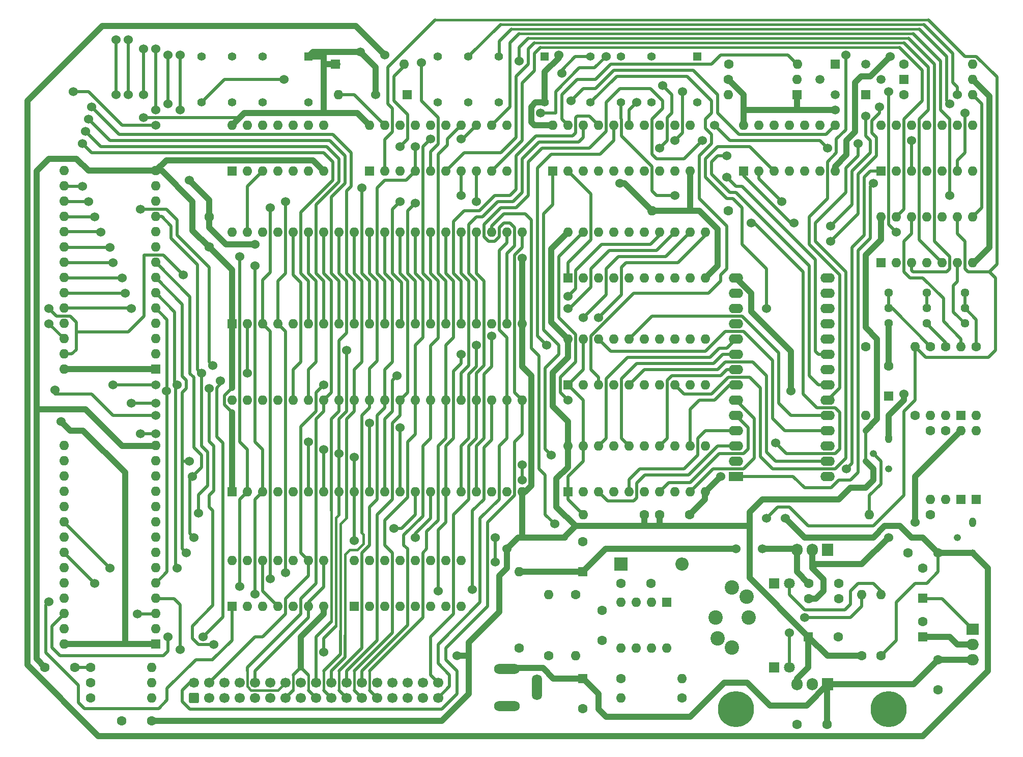
<source format=gtl>
G04 #@! TF.GenerationSoftware,KiCad,Pcbnew,6.0.10-86aedd382b~118~ubuntu18.04.1*
G04 #@! TF.CreationDate,2023-11-20T15:15:35+00:00*
G04 #@! TF.ProjectId,micron_plus,6d696372-6f6e-45f7-906c-75732e6b6963,rev?*
G04 #@! TF.SameCoordinates,Original*
G04 #@! TF.FileFunction,Copper,L1,Top*
G04 #@! TF.FilePolarity,Positive*
%FSLAX46Y46*%
G04 Gerber Fmt 4.6, Leading zero omitted, Abs format (unit mm)*
G04 Created by KiCad (PCBNEW 6.0.10-86aedd382b~118~ubuntu18.04.1) date 2023-11-20 15:15:35*
%MOMM*%
%LPD*%
G01*
G04 APERTURE LIST*
G04 Aperture macros list*
%AMRoundRect*
0 Rectangle with rounded corners*
0 $1 Rounding radius*
0 $2 $3 $4 $5 $6 $7 $8 $9 X,Y pos of 4 corners*
0 Add a 4 corners polygon primitive as box body*
4,1,4,$2,$3,$4,$5,$6,$7,$8,$9,$2,$3,0*
0 Add four circle primitives for the rounded corners*
1,1,$1+$1,$2,$3*
1,1,$1+$1,$4,$5*
1,1,$1+$1,$6,$7*
1,1,$1+$1,$8,$9*
0 Add four rect primitives between the rounded corners*
20,1,$1+$1,$2,$3,$4,$5,0*
20,1,$1+$1,$4,$5,$6,$7,0*
20,1,$1+$1,$6,$7,$8,$9,0*
20,1,$1+$1,$8,$9,$2,$3,0*%
G04 Aperture macros list end*
G04 #@! TA.AperFunction,ComponentPad*
%ADD10R,1.400000X1.400000*%
G04 #@! TD*
G04 #@! TA.AperFunction,ComponentPad*
%ADD11C,1.400000*%
G04 #@! TD*
G04 #@! TA.AperFunction,ComponentPad*
%ADD12C,1.440000*%
G04 #@! TD*
G04 #@! TA.AperFunction,ComponentPad*
%ADD13R,1.600000X1.600000*%
G04 #@! TD*
G04 #@! TA.AperFunction,ComponentPad*
%ADD14C,1.600000*%
G04 #@! TD*
G04 #@! TA.AperFunction,ComponentPad*
%ADD15O,1.600000X1.600000*%
G04 #@! TD*
G04 #@! TA.AperFunction,ComponentPad*
%ADD16R,2.200000X2.200000*%
G04 #@! TD*
G04 #@! TA.AperFunction,ComponentPad*
%ADD17O,2.200000X2.200000*%
G04 #@! TD*
G04 #@! TA.AperFunction,ComponentPad*
%ADD18RoundRect,0.850000X-1.300000X0.000000X1.300000X0.000000X1.300000X0.000000X-1.300000X0.000000X0*%
G04 #@! TD*
G04 #@! TA.AperFunction,ComponentPad*
%ADD19RoundRect,0.850000X0.000000X-1.300000X0.000000X1.300000X0.000000X1.300000X0.000000X-1.300000X0*%
G04 #@! TD*
G04 #@! TA.AperFunction,ComponentPad*
%ADD20RoundRect,0.850000X1.300000X0.000000X-1.300000X0.000000X-1.300000X0.000000X1.300000X0.000000X0*%
G04 #@! TD*
G04 #@! TA.AperFunction,ComponentPad*
%ADD21O,1.200000X1.600000*%
G04 #@! TD*
G04 #@! TA.AperFunction,ComponentPad*
%ADD22O,1.200000X1.200000*%
G04 #@! TD*
G04 #@! TA.AperFunction,ComponentPad*
%ADD23R,1.905000X2.000000*%
G04 #@! TD*
G04 #@! TA.AperFunction,ComponentPad*
%ADD24O,1.905000X2.000000*%
G04 #@! TD*
G04 #@! TA.AperFunction,ComponentPad*
%ADD25R,1.500000X1.500000*%
G04 #@! TD*
G04 #@! TA.AperFunction,ComponentPad*
%ADD26C,1.500000*%
G04 #@! TD*
G04 #@! TA.AperFunction,ComponentPad*
%ADD27RoundRect,0.250000X0.600000X-0.600000X0.600000X0.600000X-0.600000X0.600000X-0.600000X-0.600000X0*%
G04 #@! TD*
G04 #@! TA.AperFunction,ComponentPad*
%ADD28C,1.700000*%
G04 #@! TD*
G04 #@! TA.AperFunction,ComponentPad*
%ADD29R,2.000000X1.905000*%
G04 #@! TD*
G04 #@! TA.AperFunction,ComponentPad*
%ADD30O,2.000000X1.905000*%
G04 #@! TD*
G04 #@! TA.AperFunction,ComponentPad*
%ADD31C,6.000000*%
G04 #@! TD*
G04 #@! TA.AperFunction,ComponentPad*
%ADD32C,2.400000*%
G04 #@! TD*
G04 #@! TA.AperFunction,ComponentPad*
%ADD33R,1.800000X1.800000*%
G04 #@! TD*
G04 #@! TA.AperFunction,ComponentPad*
%ADD34C,1.800000*%
G04 #@! TD*
G04 #@! TA.AperFunction,ComponentPad*
%ADD35R,2.400000X1.600000*%
G04 #@! TD*
G04 #@! TA.AperFunction,ComponentPad*
%ADD36O,2.400000X1.600000*%
G04 #@! TD*
G04 #@! TA.AperFunction,ViaPad*
%ADD37C,1.524000*%
G04 #@! TD*
G04 #@! TA.AperFunction,Conductor*
%ADD38C,1.016000*%
G04 #@! TD*
G04 #@! TA.AperFunction,Conductor*
%ADD39C,0.508000*%
G04 #@! TD*
G04 #@! TA.AperFunction,Conductor*
%ADD40C,0.381000*%
G04 #@! TD*
G04 APERTURE END LIST*
D10*
X128237500Y-29257500D03*
D11*
X120617500Y-29257500D03*
X115537500Y-29257500D03*
X110457500Y-29257500D03*
X110457500Y-36877500D03*
X115537500Y-36877500D03*
X120617500Y-36877500D03*
X128237500Y-36877500D03*
D12*
X198120000Y-68570000D03*
X198120000Y-71110000D03*
X198120000Y-73650000D03*
D13*
X185420000Y-85725000D03*
D14*
X185420000Y-80725000D03*
D13*
X148510000Y-120025000D03*
D15*
X145970000Y-120025000D03*
X143430000Y-120025000D03*
X140890000Y-120025000D03*
X140890000Y-127645000D03*
X143430000Y-127645000D03*
X145970000Y-127645000D03*
X148510000Y-127645000D03*
D14*
X194945000Y-91440000D03*
D15*
X194945000Y-102870000D03*
D10*
X153637500Y-29257500D03*
D11*
X146017500Y-29257500D03*
X140937500Y-29257500D03*
X135857500Y-29257500D03*
X135857500Y-36877500D03*
X140937500Y-36877500D03*
X146017500Y-36877500D03*
X153637500Y-36877500D03*
D14*
X192405000Y-91440000D03*
D15*
X192405000Y-102870000D03*
D13*
X63500000Y-81270000D03*
D15*
X63500000Y-78730000D03*
X63500000Y-76190000D03*
X63500000Y-73650000D03*
X63500000Y-71110000D03*
X63500000Y-68570000D03*
X63500000Y-66030000D03*
X63500000Y-63490000D03*
X63500000Y-60950000D03*
X63500000Y-58410000D03*
X63500000Y-55870000D03*
X63500000Y-53330000D03*
X63500000Y-50790000D03*
X63500000Y-48250000D03*
X48260000Y-48250000D03*
X48260000Y-50790000D03*
X48260000Y-53330000D03*
X48260000Y-55870000D03*
X48260000Y-58410000D03*
X48260000Y-60950000D03*
X48260000Y-63490000D03*
X48260000Y-66030000D03*
X48260000Y-68570000D03*
X48260000Y-71110000D03*
X48260000Y-73650000D03*
X48260000Y-76190000D03*
X48260000Y-78730000D03*
X48260000Y-81270000D03*
D14*
X158750000Y-54864000D03*
D15*
X146050000Y-54864000D03*
D14*
X52665000Y-135890000D03*
D15*
X62825000Y-135890000D03*
D14*
X181610000Y-77470000D03*
D15*
X181610000Y-88900000D03*
D14*
X50085000Y-130810000D03*
X45085000Y-130810000D03*
X172125000Y-116840000D03*
X177125000Y-116840000D03*
X172125000Y-119380000D03*
X177125000Y-119380000D03*
D16*
X140890000Y-113665000D03*
D17*
X151050000Y-113665000D03*
D18*
X121920000Y-131080000D03*
D19*
X126920000Y-134180000D03*
D20*
X121920000Y-137280000D03*
D21*
X185420000Y-92710000D03*
D22*
X182880000Y-95250000D03*
X185420000Y-97790000D03*
D23*
X175260000Y-111323000D03*
D24*
X172720000Y-111323000D03*
X170180000Y-111323000D03*
D13*
X184145000Y-63515000D03*
D15*
X186685000Y-63515000D03*
X189225000Y-63515000D03*
X191765000Y-63515000D03*
X194305000Y-63515000D03*
X196845000Y-63515000D03*
X199385000Y-63515000D03*
X199385000Y-55895000D03*
X196845000Y-55895000D03*
X194305000Y-55895000D03*
X191765000Y-55895000D03*
X189225000Y-55895000D03*
X186685000Y-55895000D03*
X184145000Y-55895000D03*
D14*
X62825000Y-139700000D03*
X57825000Y-139700000D03*
D25*
X181610000Y-35560000D03*
D26*
X184150000Y-33020000D03*
X181610000Y-30480000D03*
D27*
X69850000Y-135890000D03*
D28*
X69850000Y-133350000D03*
X72390000Y-135890000D03*
X72390000Y-133350000D03*
X74930000Y-135890000D03*
X74930000Y-133350000D03*
X77470000Y-135890000D03*
X77470000Y-133350000D03*
X80010000Y-135890000D03*
X80010000Y-133350000D03*
X82550000Y-135890000D03*
X82550000Y-133350000D03*
X85090000Y-135890000D03*
X85090000Y-133350000D03*
X87630000Y-135890000D03*
X87630000Y-133350000D03*
X90170000Y-135890000D03*
X90170000Y-133350000D03*
X92710000Y-135890000D03*
X92710000Y-133350000D03*
X95250000Y-135890000D03*
X95250000Y-133350000D03*
X97790000Y-135890000D03*
X97790000Y-133350000D03*
X100330000Y-135890000D03*
X100330000Y-133350000D03*
X102870000Y-135890000D03*
X102870000Y-133350000D03*
X105410000Y-135890000D03*
X105410000Y-133350000D03*
X107950000Y-135890000D03*
X107950000Y-133350000D03*
X110490000Y-135890000D03*
X110490000Y-133350000D03*
D14*
X52665000Y-133350000D03*
D15*
X62825000Y-133350000D03*
D14*
X187960000Y-35560000D03*
D15*
X199390000Y-35560000D03*
D13*
X172085000Y-125730000D03*
D14*
X177085000Y-125730000D03*
D12*
X185420000Y-68570000D03*
X185420000Y-71110000D03*
X185420000Y-73650000D03*
D14*
X193675000Y-129580000D03*
X193675000Y-134580000D03*
X192405000Y-77470000D03*
D15*
X192405000Y-88900000D03*
D13*
X99060000Y-48260000D03*
D15*
X101600000Y-48260000D03*
X104140000Y-48260000D03*
X106680000Y-48260000D03*
X109220000Y-48260000D03*
X111760000Y-48260000D03*
X114300000Y-48260000D03*
X116840000Y-48260000D03*
X119380000Y-48260000D03*
X121920000Y-48260000D03*
X121920000Y-40640000D03*
X119380000Y-40640000D03*
X116840000Y-40640000D03*
X114300000Y-40640000D03*
X111760000Y-40640000D03*
X109220000Y-40640000D03*
X106680000Y-40640000D03*
X104140000Y-40640000D03*
X101600000Y-40640000D03*
X99060000Y-40640000D03*
D14*
X151050000Y-135890000D03*
D15*
X140890000Y-135890000D03*
D14*
X133350000Y-118745000D03*
D15*
X133350000Y-128905000D03*
D13*
X76200000Y-101600000D03*
D15*
X78740000Y-101600000D03*
X81280000Y-101600000D03*
X83820000Y-101600000D03*
X86360000Y-101600000D03*
X88900000Y-101600000D03*
X91440000Y-101600000D03*
X93980000Y-101600000D03*
X96520000Y-101600000D03*
X99060000Y-101600000D03*
X101600000Y-101600000D03*
X104140000Y-101600000D03*
X106680000Y-101600000D03*
X109220000Y-101600000D03*
X111760000Y-101600000D03*
X114300000Y-101600000D03*
X116840000Y-101600000D03*
X119380000Y-101600000D03*
X121920000Y-101600000D03*
X124460000Y-101600000D03*
X124460000Y-86360000D03*
X121920000Y-86360000D03*
X119380000Y-86360000D03*
X116840000Y-86360000D03*
X114300000Y-86360000D03*
X111760000Y-86360000D03*
X109220000Y-86360000D03*
X106680000Y-86360000D03*
X104140000Y-86360000D03*
X101600000Y-86360000D03*
X99060000Y-86360000D03*
X96520000Y-86360000D03*
X93980000Y-86360000D03*
X91440000Y-86360000D03*
X88900000Y-86360000D03*
X86360000Y-86360000D03*
X83820000Y-86360000D03*
X81280000Y-86360000D03*
X78740000Y-86360000D03*
X76200000Y-86360000D03*
D13*
X76195000Y-48275000D03*
D15*
X78735000Y-48275000D03*
X81275000Y-48275000D03*
X83815000Y-48275000D03*
X86355000Y-48275000D03*
X88895000Y-48275000D03*
X91435000Y-48275000D03*
X91435000Y-40655000D03*
X88895000Y-40655000D03*
X86355000Y-40655000D03*
X83815000Y-40655000D03*
X81275000Y-40655000D03*
X78735000Y-40655000D03*
X76195000Y-40655000D03*
D14*
X193675000Y-111760000D03*
X188675000Y-111760000D03*
D25*
X176530000Y-30480000D03*
D26*
X173990000Y-33020000D03*
X176530000Y-35560000D03*
D14*
X189865000Y-88900000D03*
D15*
X189865000Y-77470000D03*
D14*
X144780000Y-105410000D03*
D15*
X134620000Y-105410000D03*
D13*
X132080000Y-101600000D03*
D15*
X134620000Y-101600000D03*
X137160000Y-101600000D03*
X139700000Y-101600000D03*
X142240000Y-101600000D03*
X144780000Y-101600000D03*
X147320000Y-101600000D03*
X149860000Y-101600000D03*
X152400000Y-101600000D03*
X154940000Y-101600000D03*
X154940000Y-93980000D03*
X152400000Y-93980000D03*
X149860000Y-93980000D03*
X147320000Y-93980000D03*
X144780000Y-93980000D03*
X142240000Y-93980000D03*
X139700000Y-93980000D03*
X137160000Y-93980000D03*
X134620000Y-93980000D03*
X132080000Y-93980000D03*
D13*
X191135000Y-125730000D03*
D14*
X191135000Y-123230000D03*
D13*
X63505000Y-126990000D03*
D15*
X63505000Y-124450000D03*
X63505000Y-121910000D03*
X63505000Y-119370000D03*
X63505000Y-116830000D03*
X63505000Y-114290000D03*
X63505000Y-111750000D03*
X63505000Y-109210000D03*
X63505000Y-106670000D03*
X63505000Y-104130000D03*
X63505000Y-101590000D03*
X63505000Y-99050000D03*
X63505000Y-96510000D03*
X63505000Y-93970000D03*
X48265000Y-93970000D03*
X48265000Y-96510000D03*
X48265000Y-99050000D03*
X48265000Y-101590000D03*
X48265000Y-104130000D03*
X48265000Y-106670000D03*
X48265000Y-109210000D03*
X48265000Y-111750000D03*
X48265000Y-114290000D03*
X48265000Y-116830000D03*
X48265000Y-119370000D03*
X48265000Y-121910000D03*
X48265000Y-124450000D03*
X48265000Y-126990000D03*
D10*
X88900000Y-29210000D03*
D11*
X81280000Y-29210000D03*
X76200000Y-29210000D03*
X71120000Y-29210000D03*
X71120000Y-36830000D03*
X76200000Y-36830000D03*
X81280000Y-36830000D03*
X88900000Y-36830000D03*
D21*
X199390000Y-106680000D03*
D22*
X196850000Y-109220000D03*
X199390000Y-111760000D03*
D13*
X96520000Y-120665000D03*
D15*
X99060000Y-120665000D03*
X101600000Y-120665000D03*
X104140000Y-120665000D03*
X106680000Y-120665000D03*
X109220000Y-120665000D03*
X111760000Y-120665000D03*
X114300000Y-120665000D03*
X114300000Y-113045000D03*
X111760000Y-113045000D03*
X109220000Y-113045000D03*
X106680000Y-113045000D03*
X104140000Y-113045000D03*
X101600000Y-113045000D03*
X99060000Y-113045000D03*
X96520000Y-113045000D03*
D14*
X187960000Y-30480000D03*
D15*
X199390000Y-30480000D03*
D14*
X200025000Y-77470000D03*
D15*
X200025000Y-88900000D03*
D13*
X132080000Y-66040000D03*
D15*
X134620000Y-66040000D03*
X137160000Y-66040000D03*
X139700000Y-66040000D03*
X142240000Y-66040000D03*
X144780000Y-66040000D03*
X147320000Y-66040000D03*
X149860000Y-66040000D03*
X152400000Y-66040000D03*
X154940000Y-66040000D03*
X154940000Y-58420000D03*
X152400000Y-58420000D03*
X149860000Y-58420000D03*
X147320000Y-58420000D03*
X144780000Y-58420000D03*
X142240000Y-58420000D03*
X139700000Y-58420000D03*
X137160000Y-58420000D03*
X134620000Y-58420000D03*
X132080000Y-58420000D03*
D13*
X197485000Y-88900000D03*
D15*
X197485000Y-77470000D03*
D14*
X123952000Y-127635000D03*
D15*
X123952000Y-114935000D03*
D14*
X140890000Y-132715000D03*
D15*
X151050000Y-132715000D03*
D13*
X129545000Y-48275000D03*
D15*
X132085000Y-48275000D03*
X134625000Y-48275000D03*
X137165000Y-48275000D03*
X139705000Y-48275000D03*
X142245000Y-48275000D03*
X144785000Y-48275000D03*
X147325000Y-48275000D03*
X149865000Y-48275000D03*
X152405000Y-48275000D03*
X152405000Y-40655000D03*
X149865000Y-40655000D03*
X147325000Y-40655000D03*
X144785000Y-40655000D03*
X142245000Y-40655000D03*
X139705000Y-40655000D03*
X137165000Y-40655000D03*
X134625000Y-40655000D03*
X132085000Y-40655000D03*
X129545000Y-40655000D03*
D13*
X132080000Y-83820000D03*
D15*
X134620000Y-83820000D03*
X137160000Y-83820000D03*
X139700000Y-83820000D03*
X142240000Y-83820000D03*
X144780000Y-83820000D03*
X147320000Y-83820000D03*
X149860000Y-83820000D03*
X152400000Y-83820000D03*
X154940000Y-83820000D03*
X154940000Y-76200000D03*
X152400000Y-76200000D03*
X149860000Y-76200000D03*
X147320000Y-76200000D03*
X144780000Y-76200000D03*
X142240000Y-76200000D03*
X139700000Y-76200000D03*
X137160000Y-76200000D03*
X134620000Y-76200000D03*
X132080000Y-76200000D03*
D14*
X145890000Y-116840000D03*
X140890000Y-116840000D03*
D13*
X187960000Y-33020000D03*
D15*
X199390000Y-33020000D03*
D13*
X76200000Y-73660000D03*
D15*
X78740000Y-73660000D03*
X81280000Y-73660000D03*
X83820000Y-73660000D03*
X86360000Y-73660000D03*
X88900000Y-73660000D03*
X91440000Y-73660000D03*
X93980000Y-73660000D03*
X96520000Y-73660000D03*
X99060000Y-73660000D03*
X101600000Y-73660000D03*
X104140000Y-73660000D03*
X106680000Y-73660000D03*
X109220000Y-73660000D03*
X111760000Y-73660000D03*
X114300000Y-73660000D03*
X116840000Y-73660000D03*
X119380000Y-73660000D03*
X121920000Y-73660000D03*
X124460000Y-73660000D03*
X124460000Y-58420000D03*
X121920000Y-58420000D03*
X119380000Y-58420000D03*
X116840000Y-58420000D03*
X114300000Y-58420000D03*
X111760000Y-58420000D03*
X109220000Y-58420000D03*
X106680000Y-58420000D03*
X104140000Y-58420000D03*
X101600000Y-58420000D03*
X99060000Y-58420000D03*
X96520000Y-58420000D03*
X93980000Y-58420000D03*
X91440000Y-58420000D03*
X88900000Y-58420000D03*
X86360000Y-58420000D03*
X83820000Y-58420000D03*
X81280000Y-58420000D03*
X78740000Y-58420000D03*
X76200000Y-58420000D03*
D13*
X200025000Y-102870000D03*
D15*
X200025000Y-91440000D03*
D14*
X175220000Y-140335000D03*
X170220000Y-140335000D03*
X194945000Y-77470000D03*
D15*
X194945000Y-88900000D03*
D14*
X52665000Y-130810000D03*
D15*
X62825000Y-130810000D03*
D14*
X180975000Y-128905000D03*
D15*
X180975000Y-118745000D03*
D14*
X147320000Y-105410000D03*
X152320000Y-105410000D03*
X72390000Y-55920000D03*
X72390000Y-60920000D03*
X184150000Y-128905000D03*
D15*
X184150000Y-118745000D03*
D14*
X158810000Y-30480000D03*
D15*
X170240000Y-30480000D03*
D13*
X197485000Y-102870000D03*
D15*
X197485000Y-91440000D03*
D13*
X105320000Y-35560000D03*
D15*
X93890000Y-35560000D03*
D14*
X128905000Y-128905000D03*
D15*
X128905000Y-118745000D03*
D13*
X170180000Y-35560000D03*
D15*
X158750000Y-35560000D03*
D29*
X199390000Y-124460000D03*
D30*
X199390000Y-127000000D03*
X199390000Y-129540000D03*
D13*
X184145000Y-48275000D03*
D15*
X186685000Y-48275000D03*
X189225000Y-48275000D03*
X191765000Y-48275000D03*
X194305000Y-48275000D03*
X196845000Y-48275000D03*
X199385000Y-48275000D03*
X199385000Y-40655000D03*
X196845000Y-40655000D03*
X194305000Y-40655000D03*
X191765000Y-40655000D03*
X189225000Y-40655000D03*
X186685000Y-40655000D03*
X184145000Y-40655000D03*
D13*
X76195000Y-120665000D03*
D15*
X78735000Y-120665000D03*
X81275000Y-120665000D03*
X83815000Y-120665000D03*
X86355000Y-120665000D03*
X88895000Y-120665000D03*
X91435000Y-120665000D03*
X91435000Y-113045000D03*
X88895000Y-113045000D03*
X86355000Y-113045000D03*
X83815000Y-113045000D03*
X81275000Y-113045000D03*
X78735000Y-113045000D03*
X76195000Y-113045000D03*
D12*
X191770000Y-68570000D03*
X191770000Y-71110000D03*
X191770000Y-73650000D03*
D14*
X158750000Y-33020000D03*
D15*
X170180000Y-33020000D03*
D13*
X93390000Y-30480000D03*
D15*
X104820000Y-30480000D03*
D13*
X134540000Y-114935000D03*
D14*
X134540000Y-109935000D03*
X137795000Y-126325000D03*
X137795000Y-121325000D03*
D31*
X185420000Y-137795000D03*
X160020000Y-137795000D03*
D13*
X134540000Y-132715000D03*
D14*
X134540000Y-137715000D03*
D13*
X161285000Y-48275000D03*
D15*
X163825000Y-48275000D03*
X166365000Y-48275000D03*
X168905000Y-48275000D03*
X171445000Y-48275000D03*
X173985000Y-48275000D03*
X176525000Y-48275000D03*
X176525000Y-40655000D03*
X173985000Y-40655000D03*
X171445000Y-40655000D03*
X168905000Y-40655000D03*
X166365000Y-40655000D03*
X163825000Y-40655000D03*
X161285000Y-40655000D03*
D14*
X192405000Y-105410000D03*
D15*
X182245000Y-105410000D03*
D32*
X156985000Y-126055000D03*
X156635000Y-122555000D03*
X159385000Y-127555000D03*
X159385000Y-117555000D03*
X162135000Y-122555000D03*
X161785000Y-119055000D03*
D23*
X175260000Y-133675000D03*
D24*
X172720000Y-133675000D03*
X170180000Y-133675000D03*
D13*
X191135000Y-119340000D03*
D14*
X191135000Y-114340000D03*
D33*
X166370000Y-116840000D03*
D34*
X168910000Y-116840000D03*
D35*
X160020000Y-99060000D03*
D36*
X160020000Y-96520000D03*
X160020000Y-93980000D03*
X160020000Y-91440000D03*
X160020000Y-88900000D03*
X160020000Y-86360000D03*
X160020000Y-83820000D03*
X160020000Y-81280000D03*
X160020000Y-78740000D03*
X160020000Y-76200000D03*
X160020000Y-73660000D03*
X160020000Y-71120000D03*
X160020000Y-68580000D03*
X160020000Y-66040000D03*
X175260000Y-66040000D03*
X175260000Y-68580000D03*
X175260000Y-71120000D03*
X175260000Y-73660000D03*
X175260000Y-76200000D03*
X175260000Y-78740000D03*
X175260000Y-81280000D03*
X175260000Y-83820000D03*
X175260000Y-86360000D03*
X175260000Y-88900000D03*
X175260000Y-91440000D03*
X175260000Y-93980000D03*
X175260000Y-96520000D03*
X175260000Y-99060000D03*
D33*
X166370000Y-130810000D03*
D34*
X168910000Y-130810000D03*
D37*
X140716000Y-50292000D03*
X189865000Y-106680000D03*
X169164000Y-84836000D03*
X157480000Y-99060000D03*
X185674000Y-29210000D03*
X69088000Y-49784000D03*
X124460000Y-62738000D03*
X121920000Y-111125000D03*
X80010000Y-60452000D03*
X61468000Y-39370000D03*
X47752000Y-89916000D03*
X113665000Y-128905000D03*
X176530000Y-38100000D03*
X97536000Y-28448000D03*
X100076000Y-35560000D03*
X130556000Y-28956000D03*
X101600000Y-28956000D03*
X168275000Y-106045000D03*
X164465000Y-111125000D03*
X160020000Y-111125000D03*
X104140000Y-44196000D03*
X138430000Y-29210000D03*
X127508000Y-38608000D03*
X168910000Y-125095000D03*
X171450000Y-122555000D03*
X91440000Y-83820000D03*
X73152000Y-127000000D03*
X72390000Y-84455000D03*
X74295000Y-83185000D03*
X71374000Y-125730000D03*
X185420000Y-35052000D03*
X186690000Y-58420000D03*
X84836000Y-33020000D03*
X131064000Y-32004000D03*
X149860000Y-52324000D03*
X68072000Y-65532000D03*
X128524000Y-77216000D03*
X45720000Y-71120000D03*
X57912000Y-66040000D03*
X53340000Y-116840000D03*
X143510000Y-36830000D03*
X55880000Y-114300000D03*
X55880000Y-60960000D03*
X165100000Y-106045000D03*
X175768000Y-57404000D03*
X181610000Y-39116000D03*
X195580000Y-37084000D03*
X196850000Y-35560000D03*
X175768000Y-59944000D03*
X183896000Y-37592000D03*
X158496000Y-45720000D03*
X149860000Y-43180000D03*
X151130000Y-35052000D03*
X147828000Y-34036000D03*
X147320000Y-44450000D03*
X77470000Y-62484000D03*
X77470000Y-117348000D03*
X80010000Y-118618000D03*
X80010000Y-64008000D03*
X69850000Y-109220000D03*
X69596000Y-99060000D03*
X68580000Y-111760000D03*
X69088000Y-96520000D03*
X67056000Y-83820000D03*
X67056000Y-114300000D03*
X88900000Y-93345000D03*
X91440000Y-94615000D03*
X65278000Y-84836000D03*
X91440000Y-128270000D03*
X93980000Y-95250000D03*
X95250000Y-78105000D03*
X67564000Y-127889000D03*
X60960000Y-91948000D03*
X96520000Y-109728000D03*
X63500000Y-91948000D03*
X60452000Y-121920000D03*
X96520000Y-95885000D03*
X63500000Y-88900000D03*
X46736000Y-84709000D03*
X99060000Y-90170000D03*
X103632000Y-82296000D03*
X63500000Y-86868000D03*
X59436000Y-71120000D03*
X59436000Y-86868000D03*
X56388000Y-63500000D03*
X56388000Y-83820000D03*
X63500000Y-83820000D03*
X104140000Y-90932000D03*
X58420000Y-68580000D03*
X103124000Y-107696000D03*
X56896000Y-26416000D03*
X56896000Y-35560000D03*
X178435000Y-97790000D03*
X124460000Y-97155000D03*
X162560000Y-56896000D03*
X166624000Y-93472000D03*
X124460000Y-99695000D03*
X106680000Y-109220000D03*
X169672000Y-56896000D03*
X114300000Y-78740000D03*
X65532000Y-125730000D03*
X110490000Y-118110000D03*
X116840000Y-77216000D03*
X119380000Y-75692000D03*
X129286000Y-95504000D03*
X116205000Y-117856000D03*
X132080000Y-86360000D03*
X71120000Y-81915000D03*
X70612000Y-105156000D03*
X78740000Y-81915000D03*
X82550000Y-116078000D03*
X82550000Y-54356000D03*
X85090000Y-53340000D03*
X85090000Y-115062000D03*
X49784000Y-35052000D03*
X63500000Y-40640000D03*
X51308000Y-50800000D03*
X132080000Y-69088000D03*
X51308000Y-43688000D03*
X52324000Y-53340000D03*
X51816000Y-41656000D03*
X132080000Y-71120000D03*
X134620000Y-72644000D03*
X53340000Y-55880000D03*
X52324000Y-39624000D03*
X52832000Y-37592000D03*
X54356000Y-58420000D03*
X137160000Y-72644000D03*
X97790000Y-51054000D03*
X106680000Y-44196000D03*
X114300000Y-52324000D03*
X104140000Y-53340000D03*
X116840000Y-53340000D03*
X106680000Y-53594000D03*
X114300000Y-42926000D03*
X109220000Y-42926000D03*
X67564000Y-38100000D03*
X154432000Y-43180000D03*
X67564000Y-28956000D03*
X120015000Y-113284000D03*
X129857500Y-106997500D03*
X120015000Y-109220000D03*
X63500000Y-38100000D03*
X63500000Y-27940000D03*
X180340000Y-43688000D03*
X165100000Y-71120000D03*
X73025000Y-80645000D03*
X60960000Y-54610000D03*
X123952000Y-29972000D03*
X107696000Y-30226000D03*
X132588000Y-36576000D03*
X195580000Y-52324000D03*
X158496000Y-49276000D03*
X167640000Y-53340000D03*
X65532000Y-37084000D03*
X65532000Y-28956000D03*
X61468000Y-35560000D03*
X61468000Y-27940000D03*
X189225000Y-43180000D03*
X198120000Y-38608000D03*
X45720000Y-119888000D03*
X45720000Y-73660000D03*
X182880000Y-50292000D03*
X156464000Y-40640000D03*
X175260000Y-44450000D03*
X58928000Y-35560000D03*
X178308000Y-28956000D03*
X58928000Y-26416000D03*
X185420000Y-109220000D03*
X187960000Y-85344000D03*
D38*
X134620000Y-132715000D02*
X137160000Y-135255000D01*
X137160000Y-137795000D02*
X138430000Y-139065000D01*
X161925000Y-133350000D02*
X165735000Y-137160000D01*
X175260000Y-133675000D02*
X189540000Y-133675000D01*
X165735000Y-137160000D02*
X171775000Y-137160000D01*
X137160000Y-135255000D02*
X137160000Y-137795000D01*
X129667000Y-132715000D02*
X134540000Y-132715000D01*
X152400000Y-139065000D02*
X158115000Y-133350000D01*
X138430000Y-139065000D02*
X152400000Y-139065000D01*
X189540000Y-133675000D02*
X193635000Y-129580000D01*
X175220000Y-140335000D02*
X175220000Y-133715000D01*
X158115000Y-133350000D02*
X161925000Y-133350000D01*
X171775000Y-137160000D02*
X175260000Y-133675000D01*
X127912000Y-130960000D02*
X129667000Y-132715000D01*
X121920000Y-130960000D02*
X127912000Y-130960000D01*
X193675000Y-129580000D02*
X199350000Y-129580000D01*
X87630000Y-125730000D02*
X91435000Y-121925000D01*
D39*
X86360000Y-134620000D02*
X85090000Y-135890000D01*
D38*
X69636000Y-53380000D02*
X64506000Y-48250000D01*
X185420000Y-73650000D02*
X185420000Y-80725000D01*
D40*
X86360000Y-132080000D02*
X86360000Y-134620000D01*
D38*
X76200000Y-73660000D02*
X76200000Y-64730000D01*
X154860000Y-102870000D02*
X152320000Y-105410000D01*
X72390000Y-60920000D02*
X69636000Y-58166000D01*
X169164000Y-84836000D02*
X169164000Y-78232000D01*
X176525000Y-48275000D02*
X176525000Y-47503000D01*
D39*
X87630000Y-130810000D02*
X86360000Y-132080000D01*
D38*
X65278000Y-46482000D02*
X89642000Y-46482000D01*
X63510000Y-48250000D02*
X65278000Y-46482000D01*
X156972000Y-57912000D02*
X156972000Y-64008000D01*
X178435000Y-43180000D02*
X179832000Y-41783000D01*
X199629000Y-63515000D02*
X202184000Y-60960000D01*
X152400000Y-54864000D02*
X152405000Y-54869000D01*
X51816000Y-87884000D02*
X57912000Y-93980000D01*
X189865000Y-99060000D02*
X197485000Y-91440000D01*
X180848000Y-32512000D02*
X182372000Y-32512000D01*
D39*
X76200000Y-88392000D02*
X74930000Y-87122000D01*
D38*
X91435000Y-121925000D02*
X91435000Y-120665000D01*
X76200000Y-73660000D02*
X76200000Y-84328000D01*
X182372000Y-32512000D02*
X185674000Y-29210000D01*
X157480000Y-99060000D02*
X154940000Y-101600000D01*
X69636000Y-58166000D02*
X69636000Y-53380000D01*
X64506000Y-48250000D02*
X52314000Y-48250000D01*
X146050000Y-54864000D02*
X152400000Y-54864000D01*
X57912000Y-93980000D02*
X63500000Y-93980000D01*
D39*
X87630000Y-130810000D02*
X88900000Y-132080000D01*
D38*
X43688000Y-129413000D02*
X45085000Y-130810000D01*
D39*
X88900000Y-134620000D02*
X90170000Y-135890000D01*
D38*
X50292000Y-46228000D02*
X45720000Y-46228000D01*
X162560000Y-71628000D02*
X162560000Y-68580000D01*
X152400000Y-54864000D02*
X153924000Y-54864000D01*
X76200000Y-64730000D02*
X72390000Y-60920000D01*
X140716000Y-50292000D02*
X141478000Y-50292000D01*
X87630000Y-130810000D02*
X87630000Y-125730000D01*
X178435000Y-45593000D02*
X178435000Y-43180000D01*
X169164000Y-78232000D02*
X162560000Y-71628000D01*
X43688000Y-87884000D02*
X51816000Y-87884000D01*
X45720000Y-46228000D02*
X43688000Y-48260000D01*
X189865000Y-106680000D02*
X189865000Y-99060000D01*
X162560000Y-68580000D02*
X160020000Y-66040000D01*
X52314000Y-48250000D02*
X50292000Y-46228000D01*
X202184000Y-35814000D02*
X199390000Y-33020000D01*
X176525000Y-47503000D02*
X178435000Y-45593000D01*
D39*
X74930000Y-87122000D02*
X74930000Y-85598000D01*
D38*
X179832000Y-33528000D02*
X180848000Y-32512000D01*
X156972000Y-64008000D02*
X154940000Y-66040000D01*
D39*
X74930000Y-85598000D02*
X76200000Y-84328000D01*
D38*
X154860000Y-101680000D02*
X154860000Y-102870000D01*
X153924000Y-54864000D02*
X156972000Y-57912000D01*
X179832000Y-41783000D02*
X179832000Y-33528000D01*
X152405000Y-48275000D02*
X152405000Y-54869000D01*
X141478000Y-50292000D02*
X146050000Y-54864000D01*
D40*
X88900000Y-132080000D02*
X88900000Y-134620000D01*
D38*
X43688000Y-48260000D02*
X43688000Y-129413000D01*
X202184000Y-60960000D02*
X202184000Y-35814000D01*
X89642000Y-46482000D02*
X91435000Y-48275000D01*
X76200000Y-88392000D02*
X76200000Y-101600000D01*
X93760000Y-30480000D02*
X91440000Y-30480000D01*
X72390000Y-53086000D02*
X69088000Y-49784000D01*
X91440000Y-28448000D02*
X89662000Y-28448000D01*
X130175000Y-104140000D02*
X133350000Y-107315000D01*
X130175000Y-99441000D02*
X130175000Y-104140000D01*
X182880000Y-97790000D02*
X182880000Y-99695000D01*
X80010000Y-60452000D02*
X75184000Y-60452000D01*
X129286000Y-73406000D02*
X132080000Y-76200000D01*
X172085000Y-130810000D02*
X170180000Y-132715000D01*
X100076000Y-30988000D02*
X97536000Y-28448000D01*
X161290000Y-38100000D02*
X161285000Y-38105000D01*
X132080000Y-97536000D02*
X130175000Y-99441000D01*
X183515000Y-76200000D02*
X181610000Y-74295000D01*
X121920000Y-114300000D02*
X120650000Y-115570000D01*
X115570000Y-126682500D02*
X115570000Y-128905000D01*
X125984000Y-82296000D02*
X124460000Y-80772000D01*
X131572000Y-109093000D02*
X131572000Y-109220000D01*
X58420000Y-98425000D02*
X58420000Y-126990000D01*
X182880000Y-99695000D02*
X181610000Y-100965000D01*
X144780000Y-105410000D02*
X144780000Y-107315000D01*
X133350000Y-107315000D02*
X131572000Y-109093000D01*
X124460000Y-101600000D02*
X124968000Y-101600000D01*
X147320000Y-107315000D02*
X144780000Y-107315000D01*
X172085000Y-125730000D02*
X172085000Y-130810000D01*
X123825000Y-109220000D02*
X121920000Y-111125000D01*
X131572000Y-109220000D02*
X124460000Y-109220000D01*
X162306000Y-107315000D02*
X147320000Y-107315000D01*
X181610000Y-100965000D02*
X179070000Y-100965000D01*
X97028000Y-38608000D02*
X99060000Y-40640000D01*
X175260000Y-128905000D02*
X180975000Y-128905000D01*
X127508000Y-40640000D02*
X126492000Y-40640000D01*
X164465000Y-102870000D02*
X162306000Y-105029000D01*
X170180000Y-132715000D02*
X170180000Y-133675000D01*
X132080000Y-58420000D02*
X129286000Y-61214000D01*
X100076000Y-35560000D02*
X100076000Y-30988000D01*
X75184000Y-60452000D02*
X72390000Y-57658000D01*
X129545000Y-40655000D02*
X127523000Y-40655000D01*
X181610000Y-91440000D02*
X183515000Y-89535000D01*
X124460000Y-101600000D02*
X124460000Y-109220000D01*
X130556000Y-29464000D02*
X128237500Y-31782500D01*
X184145000Y-59695000D02*
X184145000Y-55895000D01*
X162306000Y-107315000D02*
X162306000Y-115951000D01*
X58420000Y-126990000D02*
X63505000Y-126990000D01*
X130556000Y-28956000D02*
X130556000Y-29464000D01*
X91440000Y-30480000D02*
X91440000Y-28448000D01*
X115570000Y-135255000D02*
X111125000Y-139700000D01*
X97536000Y-28448000D02*
X91440000Y-28448000D01*
X176530000Y-38100000D02*
X170180000Y-38100000D01*
X124460000Y-80772000D02*
X124460000Y-73660000D01*
X124460000Y-109220000D02*
X123825000Y-109220000D01*
X172085000Y-125730000D02*
X175260000Y-128905000D01*
X183515000Y-89535000D02*
X183515000Y-76200000D01*
X120650000Y-121602500D02*
X115570000Y-126682500D01*
X78232000Y-38608000D02*
X91440000Y-38608000D01*
D39*
X181610000Y-96520000D02*
X181610000Y-91440000D01*
D38*
X72390000Y-55920000D02*
X72390000Y-53086000D01*
X177165000Y-102870000D02*
X164465000Y-102870000D01*
X158750000Y-33020000D02*
X161285000Y-35555000D01*
X51435000Y-91440000D02*
X58420000Y-98425000D01*
X47752000Y-89916000D02*
X49276000Y-91440000D01*
X89662000Y-28448000D02*
X88900000Y-29210000D01*
X120650000Y-115570000D02*
X120650000Y-121602500D01*
X161285000Y-35555000D02*
X161285000Y-38105000D01*
X76195000Y-40645000D02*
X78232000Y-38608000D01*
X170180000Y-35560000D02*
X170180000Y-38100000D01*
X181610000Y-62230000D02*
X184145000Y-59695000D01*
X124968000Y-101600000D02*
X125984000Y-100584000D01*
X128237500Y-31782500D02*
X128237500Y-36877500D01*
X125984000Y-40132000D02*
X125984000Y-37592000D01*
X91440000Y-29464000D02*
X91186000Y-29210000D01*
D39*
X50085000Y-130810000D02*
X52665000Y-130810000D01*
D38*
X49276000Y-91440000D02*
X51435000Y-91440000D01*
X72390000Y-57658000D02*
X72390000Y-55920000D01*
X147320000Y-105410000D02*
X147320000Y-107315000D01*
X126492000Y-40640000D02*
X125984000Y-40132000D01*
X121920000Y-111125000D02*
X121920000Y-114300000D01*
X48265000Y-126990000D02*
X63505000Y-126990000D01*
D39*
X61468000Y-39370000D02*
X77470000Y-39370000D01*
D38*
X179070000Y-100965000D02*
X177165000Y-102870000D01*
X125984000Y-37592000D02*
X126698500Y-36877500D01*
X161285000Y-38105000D02*
X161285000Y-40655000D01*
X162306000Y-105029000D02*
X162306000Y-107696000D01*
X132080000Y-79248000D02*
X129540000Y-81788000D01*
X126698500Y-36877500D02*
X128237500Y-36877500D01*
X124460000Y-62738000D02*
X124460000Y-73660000D01*
X91440000Y-38608000D02*
X91440000Y-30480000D01*
X127523000Y-40655000D02*
X127508000Y-40640000D01*
X91440000Y-30480000D02*
X91440000Y-29464000D01*
X91440000Y-38608000D02*
X97028000Y-38608000D01*
X91186000Y-29210000D02*
X88900000Y-29210000D01*
X129540000Y-81788000D02*
X129540000Y-87376000D01*
X162306000Y-115951000D02*
X172085000Y-125730000D01*
X170180000Y-38100000D02*
X161290000Y-38100000D01*
X115570000Y-128905000D02*
X113665000Y-128905000D01*
X182880000Y-97790000D02*
X181610000Y-96520000D01*
X111125000Y-139700000D02*
X63500000Y-139700000D01*
X132080000Y-76200000D02*
X132080000Y-79248000D01*
X129540000Y-87376000D02*
X132080000Y-89916000D01*
X48240000Y-81270000D02*
X63480000Y-81270000D01*
X181610000Y-74295000D02*
X181610000Y-62230000D01*
X132080000Y-93980000D02*
X132080000Y-97536000D01*
X125984000Y-100584000D02*
X125984000Y-82296000D01*
X115570000Y-128905000D02*
X115570000Y-135255000D01*
X129286000Y-61214000D02*
X129286000Y-73406000D01*
X132080000Y-89916000D02*
X132080000Y-93980000D01*
X144780000Y-107315000D02*
X133350000Y-107315000D01*
D39*
X194310000Y-119380000D02*
X191175000Y-119380000D01*
X199390000Y-124460000D02*
X194310000Y-119380000D01*
D38*
X171450000Y-109220000D02*
X168275000Y-106045000D01*
D39*
X186690000Y-126365000D02*
X184150000Y-128905000D01*
D38*
X189230000Y-109220000D02*
X191135000Y-109220000D01*
X201930000Y-114300000D02*
X199390000Y-111760000D01*
D39*
X186690000Y-120015000D02*
X186690000Y-126365000D01*
D38*
X201930000Y-131445000D02*
X201930000Y-114300000D01*
X182880000Y-109220000D02*
X171450000Y-109220000D01*
X187325000Y-107315000D02*
X189230000Y-109220000D01*
X53975000Y-142240000D02*
X191135000Y-142240000D01*
X187325000Y-107315000D02*
X184785000Y-107315000D01*
D39*
X193675000Y-114935000D02*
X191770000Y-116840000D01*
X191770000Y-116840000D02*
X189865000Y-116840000D01*
D38*
X96774000Y-24130000D02*
X54610000Y-24130000D01*
X42164000Y-130429000D02*
X53975000Y-142240000D01*
D39*
X189865000Y-116840000D02*
X186690000Y-120015000D01*
D38*
X42164000Y-36576000D02*
X42164000Y-130429000D01*
X101600000Y-28956000D02*
X96774000Y-24130000D01*
X199390000Y-111760000D02*
X193675000Y-111760000D01*
X193675000Y-111760000D02*
X191135000Y-109220000D01*
X184785000Y-107315000D02*
X182880000Y-109220000D01*
X54610000Y-24130000D02*
X42164000Y-36576000D01*
X191135000Y-142240000D02*
X201930000Y-131445000D01*
D39*
X193675000Y-111760000D02*
X193675000Y-114935000D01*
D38*
X170180000Y-114935000D02*
X170180000Y-111323000D01*
X172085000Y-116840000D02*
X170180000Y-114935000D01*
X160020000Y-111125000D02*
X138350000Y-111125000D01*
X123952000Y-114935000D02*
X134540000Y-114935000D01*
X164465000Y-111125000D02*
X169982000Y-111125000D01*
X138350000Y-111125000D02*
X134540000Y-114935000D01*
D39*
X96520000Y-35560000D02*
X101600000Y-40640000D01*
X93980000Y-35560000D02*
X96520000Y-35560000D01*
X103124000Y-32512000D02*
X103124000Y-36576000D01*
X103124000Y-36576000D02*
X105410000Y-38862000D01*
X105410000Y-38862000D02*
X105410000Y-42926000D01*
X105410000Y-42926000D02*
X104140000Y-44196000D01*
X105156000Y-30480000D02*
X103124000Y-32512000D01*
X130048000Y-35052000D02*
X130048000Y-38608000D01*
X136525000Y-31115000D02*
X133985000Y-31115000D01*
X133985000Y-31115000D02*
X130048000Y-35052000D01*
X130048000Y-38608000D02*
X127508000Y-38608000D01*
X138430000Y-29210000D02*
X136525000Y-31115000D01*
X168910000Y-125095000D02*
X168910000Y-130810000D01*
X171450000Y-122555000D02*
X179070000Y-122555000D01*
X179070000Y-122555000D02*
X180975000Y-120650000D01*
X180975000Y-120650000D02*
X180975000Y-118745000D01*
X168910000Y-116840000D02*
X168910000Y-118745000D01*
X180340000Y-116840000D02*
X182880000Y-116840000D01*
X179070000Y-120332500D02*
X179070000Y-118110000D01*
X178117500Y-121285000D02*
X179070000Y-120332500D01*
X184150000Y-118110000D02*
X184150000Y-118745000D01*
X182880000Y-116840000D02*
X184150000Y-118110000D01*
X179070000Y-118110000D02*
X180340000Y-116840000D01*
X171450000Y-121285000D02*
X178117500Y-121285000D01*
X168910000Y-118745000D02*
X171450000Y-121285000D01*
X199385000Y-55895000D02*
X200914000Y-54366000D01*
X200914000Y-54366000D02*
X200914000Y-37084000D01*
X200914000Y-37084000D02*
X199390000Y-35560000D01*
X69215000Y-137795000D02*
X67945000Y-136525000D01*
X123190000Y-62230000D02*
X123190000Y-85090000D01*
X124460000Y-92075000D02*
X123190000Y-93345000D01*
X67945000Y-136525000D02*
X67945000Y-134620000D01*
X124460000Y-86360000D02*
X124460000Y-92075000D01*
X123190000Y-85090000D02*
X124460000Y-86360000D01*
X113665000Y-135255000D02*
X111125000Y-137795000D01*
X118745000Y-120650000D02*
X111760000Y-127635000D01*
X123190000Y-102235000D02*
X118745000Y-106680000D01*
X111125000Y-137795000D02*
X69215000Y-137795000D01*
X111760000Y-129540000D02*
X113665000Y-131445000D01*
X118745000Y-106680000D02*
X118745000Y-120650000D01*
X67945000Y-134620000D02*
X69215000Y-133350000D01*
X124460000Y-60960000D02*
X123190000Y-62230000D01*
X113665000Y-131445000D02*
X113665000Y-135255000D01*
X123190000Y-93345000D02*
X123190000Y-102235000D01*
X111760000Y-127635000D02*
X111760000Y-129540000D01*
X124460000Y-58420000D02*
X124460000Y-60960000D01*
X115570000Y-66548000D02*
X114300000Y-65278000D01*
X72390000Y-133350000D02*
X80010000Y-125730000D01*
X90170000Y-85090000D02*
X91440000Y-83820000D01*
X81280000Y-125730000D02*
X80010000Y-125730000D01*
X88900000Y-114935000D02*
X88900000Y-115570000D01*
X114300000Y-86360000D02*
X114300000Y-81915000D01*
X114300000Y-65278000D02*
X114300000Y-58420000D01*
X88900000Y-115570000D02*
X85090000Y-119380000D01*
X114300000Y-81915000D02*
X115570000Y-80645000D01*
X90170000Y-88265000D02*
X90170000Y-85090000D01*
X85090000Y-121920000D02*
X81280000Y-125730000D01*
X88895000Y-113045000D02*
X88895000Y-114930000D01*
X115570000Y-80645000D02*
X115570000Y-66548000D01*
X87630000Y-90805000D02*
X90170000Y-88265000D01*
X88895000Y-114930000D02*
X88900000Y-114935000D01*
X85090000Y-119380000D02*
X85090000Y-121920000D01*
X88895000Y-113025000D02*
X87630000Y-111760000D01*
X87630000Y-111760000D02*
X87630000Y-90805000D01*
X88895000Y-122423000D02*
X88900000Y-122428000D01*
X88895000Y-120665000D02*
X88895000Y-120020000D01*
X88895000Y-120665000D02*
X88895000Y-122423000D01*
X91440000Y-117475000D02*
X91440000Y-113050000D01*
X88895000Y-122560000D02*
X80010000Y-131445000D01*
X88895000Y-122423000D02*
X88895000Y-122560000D01*
X80010000Y-131445000D02*
X80010000Y-133350000D01*
X88895000Y-120020000D02*
X91440000Y-117475000D01*
X91440000Y-88265000D02*
X90170000Y-89535000D01*
X91440000Y-65278000D02*
X92710000Y-66548000D01*
X92710000Y-85090000D02*
X92710000Y-66548000D01*
X90170000Y-116840000D02*
X87630000Y-119380000D01*
X91440000Y-86360000D02*
X92710000Y-85090000D01*
D40*
X83820000Y-134620000D02*
X79375000Y-134620000D01*
X78740000Y-133985000D02*
X78740000Y-131445000D01*
D39*
X78740000Y-130810000D02*
X78740000Y-131445000D01*
X90170000Y-89535000D02*
X90170000Y-116840000D01*
D40*
X85090000Y-133350000D02*
X83820000Y-134620000D01*
D39*
X87630000Y-119380000D02*
X87630000Y-121920000D01*
D40*
X79375000Y-134620000D02*
X78740000Y-133985000D01*
D39*
X87630000Y-121920000D02*
X78740000Y-130810000D01*
X91440000Y-58420000D02*
X91440000Y-65278000D01*
X91440000Y-86360000D02*
X91440000Y-88265000D01*
X90170000Y-133350000D02*
X90170000Y-125793500D01*
X93980000Y-65278000D02*
X95250000Y-66548000D01*
X93980000Y-88265000D02*
X92710000Y-89535000D01*
X93980000Y-76454000D02*
X93980000Y-86360000D01*
X95250000Y-75184000D02*
X93980000Y-76454000D01*
X90170000Y-125793500D02*
X92710000Y-123253500D01*
X92710000Y-89535000D02*
X92710000Y-104775000D01*
D40*
X92710000Y-123253500D02*
X92710000Y-104775000D01*
D39*
X95250000Y-66548000D02*
X95250000Y-75184000D01*
X93980000Y-58420000D02*
X93980000Y-65278000D01*
X93980000Y-86360000D02*
X93980000Y-88265000D01*
X95250000Y-89535000D02*
X96520000Y-88265000D01*
X91440000Y-131445000D02*
X94234000Y-128651000D01*
D40*
X91440000Y-131445000D02*
X91440000Y-134620000D01*
D39*
X96520000Y-58420000D02*
X96520000Y-65278000D01*
X97790000Y-80010000D02*
X96520000Y-81280000D01*
D40*
X94234000Y-106934000D02*
X94234000Y-124714000D01*
D39*
X97790000Y-66548000D02*
X97790000Y-80010000D01*
D40*
X95250000Y-105918000D02*
X94234000Y-106934000D01*
D39*
X96520000Y-65278000D02*
X97790000Y-66548000D01*
X96520000Y-86360000D02*
X96520000Y-88265000D01*
X94234000Y-128651000D02*
X94234000Y-124714000D01*
X92710000Y-135890000D02*
X91440000Y-134620000D01*
X96520000Y-81280000D02*
X96520000Y-86360000D01*
X95250000Y-105918000D02*
X95250000Y-89535000D01*
X97790000Y-88900000D02*
X99060000Y-87630000D01*
X99060000Y-81153000D02*
X99060000Y-86360000D01*
D40*
X95758000Y-111252000D02*
X94996000Y-112014000D01*
D39*
X92710000Y-133350000D02*
X92710000Y-131445000D01*
D40*
X97028000Y-111252000D02*
X95758000Y-111252000D01*
X98044000Y-110236000D02*
X97028000Y-111252000D01*
D39*
X100330000Y-66548000D02*
X100330000Y-79883000D01*
X97790000Y-108458000D02*
X97790000Y-88900000D01*
D40*
X97790000Y-108458000D02*
X98044000Y-108712000D01*
D39*
X94996000Y-129159000D02*
X94996000Y-125476000D01*
D40*
X94996000Y-112014000D02*
X94996000Y-125476000D01*
D39*
X92710000Y-131445000D02*
X94996000Y-129159000D01*
X99060000Y-65278000D02*
X100330000Y-66548000D01*
X100330000Y-79883000D02*
X99060000Y-81153000D01*
X99060000Y-87630000D02*
X99060000Y-86360000D01*
X99060000Y-58420000D02*
X99060000Y-65278000D01*
D40*
X98044000Y-108712000D02*
X98044000Y-110236000D01*
D39*
X102870000Y-66548000D02*
X102870000Y-80010000D01*
X99060000Y-104140000D02*
X99060000Y-110490000D01*
X102870000Y-80010000D02*
X101600000Y-81280000D01*
X100330000Y-88900000D02*
X100330000Y-102870000D01*
X101600000Y-58420000D02*
X101600000Y-65278000D01*
D40*
X93980000Y-131445000D02*
X93980000Y-134620000D01*
D39*
X100330000Y-102870000D02*
X99060000Y-104140000D01*
X97790000Y-111760000D02*
X97790000Y-127635000D01*
X101600000Y-65278000D02*
X102870000Y-66548000D01*
X101600000Y-86360000D02*
X101600000Y-87630000D01*
X97790000Y-127635000D02*
X93980000Y-131445000D01*
X101600000Y-87630000D02*
X100330000Y-88900000D01*
X101600000Y-81280000D02*
X101600000Y-86360000D01*
X95250000Y-135890000D02*
X93980000Y-134620000D01*
X99060000Y-110490000D02*
X97790000Y-111760000D01*
X104140000Y-86360000D02*
X104140000Y-88900000D01*
X105410000Y-85090000D02*
X104140000Y-86360000D01*
X102870000Y-102870000D02*
X100330000Y-105410000D01*
X104140000Y-58420000D02*
X104140000Y-65278000D01*
X105410000Y-66548000D02*
X105410000Y-85090000D01*
X100330000Y-126365000D02*
X95250000Y-131445000D01*
X102870000Y-90170000D02*
X102870000Y-102870000D01*
X95250000Y-131445000D02*
X95250000Y-133350000D01*
X104140000Y-65278000D02*
X105410000Y-66548000D01*
X100330000Y-105410000D02*
X100330000Y-126365000D01*
X104140000Y-88900000D02*
X102870000Y-90170000D01*
X101600000Y-110490000D02*
X101600000Y-106362500D01*
X106680000Y-65278000D02*
X107950000Y-66548000D01*
X106680000Y-92075000D02*
X106680000Y-86360000D01*
X105410000Y-93345000D02*
X106680000Y-92075000D01*
D40*
X96520000Y-134620000D02*
X96520000Y-131445000D01*
D39*
X96520000Y-131445000D02*
X102870000Y-125095000D01*
X102870000Y-111760000D02*
X101600000Y-110490000D01*
X106680000Y-58420000D02*
X106680000Y-65278000D01*
X97790000Y-135890000D02*
X96520000Y-134620000D01*
X106680000Y-77216000D02*
X106680000Y-86360000D01*
X105410000Y-102552500D02*
X105410000Y-93345000D01*
X102870000Y-125095000D02*
X102870000Y-111760000D01*
X107950000Y-75946000D02*
X106680000Y-77216000D01*
X107950000Y-66548000D02*
X107950000Y-75946000D01*
X101600000Y-106362500D02*
X105410000Y-102552500D01*
X110490000Y-76073000D02*
X109220000Y-77343000D01*
X109220000Y-77343000D02*
X109220000Y-86360000D01*
X109220000Y-58420000D02*
X109220000Y-65278000D01*
X109220000Y-65278000D02*
X110490000Y-66548000D01*
X97790000Y-131445000D02*
X105410000Y-123825000D01*
X97790000Y-133350000D02*
X97790000Y-131445000D01*
X107950000Y-93980000D02*
X109220000Y-92710000D01*
X104775000Y-110490000D02*
X104775000Y-108839000D01*
X105410000Y-111125000D02*
X104775000Y-110490000D01*
X107950000Y-105664000D02*
X107950000Y-93980000D01*
X104775000Y-108839000D02*
X107950000Y-105664000D01*
X109220000Y-92710000D02*
X109220000Y-86360000D01*
X105410000Y-123825000D02*
X105410000Y-111125000D01*
X110490000Y-66548000D02*
X110490000Y-76073000D01*
X110490000Y-106362500D02*
X108585000Y-108267500D01*
X107950000Y-122555000D02*
X99060000Y-131445000D01*
X111760000Y-65278000D02*
X113030000Y-66548000D01*
X108585000Y-111125000D02*
X107950000Y-111760000D01*
X111760000Y-58420000D02*
X111760000Y-65278000D01*
X113030000Y-66548000D02*
X113030000Y-75946000D01*
X100330000Y-135890000D02*
X99060000Y-134620000D01*
D40*
X99060000Y-131445000D02*
X99060000Y-134620000D01*
D39*
X108585000Y-108267500D02*
X108585000Y-111125000D01*
X107950000Y-111760000D02*
X107950000Y-122555000D01*
X111760000Y-92710000D02*
X110490000Y-93980000D01*
X113030000Y-75946000D02*
X111760000Y-77216000D01*
X111760000Y-77216000D02*
X111760000Y-86360000D01*
X111760000Y-86360000D02*
X111760000Y-92710000D01*
X110490000Y-93980000D02*
X110490000Y-106362500D01*
X73025000Y-120523000D02*
X69596000Y-123952000D01*
X73152000Y-101473000D02*
X72390000Y-102235000D01*
X73025000Y-104775000D02*
X73025000Y-120523000D01*
X87630000Y-66802000D02*
X87630000Y-80010000D01*
X72390000Y-93218000D02*
X73152000Y-93980000D01*
X70612000Y-127000000D02*
X73152000Y-127000000D01*
X72390000Y-104140000D02*
X73025000Y-104775000D01*
X69596000Y-125984000D02*
X70612000Y-127000000D01*
X87630000Y-80010000D02*
X86360000Y-81280000D01*
X69596000Y-123952000D02*
X69596000Y-125984000D01*
X72390000Y-102235000D02*
X72390000Y-104140000D01*
X72390000Y-84455000D02*
X72390000Y-93218000D01*
X86360000Y-65532000D02*
X87630000Y-66802000D01*
X73152000Y-93980000D02*
X73152000Y-101473000D01*
X86360000Y-58420000D02*
X86360000Y-65532000D01*
X86360000Y-81280000D02*
X86360000Y-86360000D01*
X73660000Y-84328000D02*
X74295000Y-83693000D01*
X90170000Y-80010000D02*
X88900000Y-81280000D01*
X88900000Y-58420000D02*
X88900000Y-65278000D01*
X88900000Y-81280000D02*
X88900000Y-86360000D01*
X88900000Y-65278000D02*
X90170000Y-66548000D01*
X90170000Y-66548000D02*
X90170000Y-80010000D01*
X71374000Y-125730000D02*
X74676000Y-122428000D01*
X74676000Y-122428000D02*
X74676000Y-93472000D01*
X73660000Y-92456000D02*
X73660000Y-84328000D01*
X74295000Y-83693000D02*
X74295000Y-83185000D01*
X74676000Y-93472000D02*
X73660000Y-92456000D01*
X120650000Y-102870000D02*
X117475000Y-106045000D01*
X120650000Y-74676000D02*
X120650000Y-61531500D01*
X112395000Y-132080000D02*
X112395000Y-133985000D01*
X110490000Y-130175000D02*
X112395000Y-132080000D01*
X121920000Y-86360000D02*
X121920000Y-92710000D01*
X120650000Y-61531500D02*
X121920000Y-60261500D01*
X120650000Y-93980000D02*
X120650000Y-102870000D01*
X121920000Y-60261500D02*
X121920000Y-58420000D01*
X121920000Y-75946000D02*
X120650000Y-74676000D01*
X117475000Y-120015000D02*
X110490000Y-127000000D01*
X121920000Y-92710000D02*
X120650000Y-93980000D01*
X110490000Y-127000000D02*
X110490000Y-130175000D01*
X112395000Y-133985000D02*
X110490000Y-135890000D01*
X117475000Y-106045000D02*
X117475000Y-120015000D01*
X121920000Y-86360000D02*
X121920000Y-75946000D01*
X116840000Y-65278000D02*
X118110000Y-66548000D01*
X115570000Y-102870000D02*
X115570000Y-93980000D01*
X113030000Y-105410000D02*
X115570000Y-102870000D01*
X118110000Y-80645000D02*
X116840000Y-81915000D01*
X116840000Y-81915000D02*
X116840000Y-86360000D01*
X113030000Y-121920000D02*
X113030000Y-105410000D01*
X110490000Y-133350000D02*
X109220000Y-132080000D01*
X109220000Y-132080000D02*
X109220000Y-125730000D01*
X109220000Y-125730000D02*
X113030000Y-121920000D01*
X115570000Y-93980000D02*
X116840000Y-92710000D01*
X118110000Y-66548000D02*
X118110000Y-80645000D01*
X116840000Y-92710000D02*
X116840000Y-86360000D01*
X116840000Y-58420000D02*
X116840000Y-65278000D01*
X182245000Y-105410000D02*
X182245000Y-102235000D01*
X184150000Y-96520000D02*
X182880000Y-95250000D01*
X185420000Y-57150000D02*
X185420000Y-35052000D01*
X186690000Y-58420000D02*
X185420000Y-57150000D01*
X182245000Y-102235000D02*
X184150000Y-100330000D01*
X184150000Y-100330000D02*
X184150000Y-96520000D01*
X71120000Y-36830000D02*
X74930000Y-33020000D01*
X74930000Y-33020000D02*
X84836000Y-33020000D01*
X131064000Y-31496000D02*
X133302500Y-29257500D01*
X140970000Y-39624000D02*
X140937500Y-39591500D01*
X146050000Y-47498000D02*
X140970000Y-42418000D01*
X140970000Y-42418000D02*
X140970000Y-39624000D01*
X131064000Y-32004000D02*
X131064000Y-31496000D01*
X146050000Y-51562000D02*
X146050000Y-47498000D01*
X149860000Y-52324000D02*
X146812000Y-52324000D01*
X133302500Y-29257500D02*
X135857500Y-29257500D01*
X146812000Y-52324000D02*
X146050000Y-51562000D01*
X140937500Y-39591500D02*
X140937500Y-36877500D01*
X155956000Y-30480000D02*
X139192000Y-30480000D01*
X136652000Y-33020000D02*
X133604000Y-33020000D01*
X133604000Y-33020000D02*
X131064000Y-35560000D01*
X131572000Y-40142000D02*
X132085000Y-40655000D01*
X170180000Y-30480000D02*
X168656000Y-28956000D01*
X157480000Y-28956000D02*
X155956000Y-30480000D01*
X168656000Y-28956000D02*
X157480000Y-28956000D01*
X131064000Y-39624000D02*
X131572000Y-40132000D01*
X131064000Y-35560000D02*
X131064000Y-39624000D01*
X131572000Y-40132000D02*
X131572000Y-40142000D01*
X139192000Y-30480000D02*
X136652000Y-33020000D01*
X50292000Y-75057000D02*
X50292000Y-77978000D01*
X127000000Y-47752000D02*
X129286000Y-45466000D01*
X61595000Y-62230000D02*
X64770000Y-62230000D01*
X46990000Y-72390000D02*
X49276000Y-72390000D01*
X49276000Y-72390000D02*
X50292000Y-73406000D01*
X128524000Y-77216000D02*
X127000000Y-75692000D01*
X50292000Y-73406000D02*
X50292000Y-75057000D01*
X139705000Y-43175000D02*
X139705000Y-40655000D01*
X127000000Y-75692000D02*
X127000000Y-47752000D01*
X50292000Y-77978000D02*
X49540000Y-78730000D01*
X61595000Y-72390000D02*
X61595000Y-62230000D01*
X64770000Y-62230000D02*
X68072000Y-65532000D01*
X137414000Y-45466000D02*
X139705000Y-43175000D01*
X58928000Y-75057000D02*
X61595000Y-72390000D01*
X129286000Y-45466000D02*
X137414000Y-45466000D01*
X49540000Y-78730000D02*
X48240000Y-78730000D01*
X50292000Y-75057000D02*
X58928000Y-75057000D01*
X45720000Y-71120000D02*
X46990000Y-72390000D01*
X57912000Y-66040000D02*
X48250000Y-66040000D01*
X48260000Y-111760000D02*
X53340000Y-116840000D01*
X142245000Y-39883000D02*
X142240000Y-39878000D01*
X142245000Y-40655000D02*
X142245000Y-39883000D01*
X55880000Y-60960000D02*
X48250000Y-60960000D01*
X55880000Y-114300000D02*
X48260000Y-106680000D01*
X142240000Y-39878000D02*
X142240000Y-38100000D01*
X142240000Y-38100000D02*
X143510000Y-36830000D01*
X203454000Y-63754000D02*
X202184000Y-65024000D01*
X102870000Y-37846000D02*
X102870000Y-41783000D01*
X167005000Y-104140000D02*
X168910000Y-104140000D01*
X134620000Y-76200000D02*
X134620000Y-81280000D01*
X102108000Y-37084000D02*
X102870000Y-37846000D01*
X198120000Y-59944000D02*
X196845000Y-58669000D01*
X203454000Y-32639000D02*
X203454000Y-63754000D01*
X198120000Y-64516000D02*
X198120000Y-59944000D01*
X198628000Y-65024000D02*
X198120000Y-64516000D01*
X196845000Y-58669000D02*
X196845000Y-55895000D01*
X189865000Y-86360000D02*
X189865000Y-77470000D01*
X109982000Y-23114000D02*
X102108000Y-30988000D01*
X192024000Y-23114000D02*
X198120000Y-29210000D01*
X200025000Y-29210000D02*
X203454000Y-32639000D01*
X182880000Y-107315000D02*
X187960000Y-102235000D01*
X198120000Y-29210000D02*
X200025000Y-29210000D01*
X187960000Y-88265000D02*
X189865000Y-86360000D01*
X202057000Y-79248000D02*
X203200000Y-78105000D01*
X132080000Y-101600000D02*
X132080000Y-102870000D01*
X168910000Y-104140000D02*
X172085000Y-107315000D01*
X101600000Y-43053000D02*
X101600000Y-48260000D01*
X203200000Y-78105000D02*
X203200000Y-66040000D01*
X134620000Y-86360000D02*
X134620000Y-93980000D01*
X165100000Y-106045000D02*
X167005000Y-104140000D01*
D40*
X109982000Y-23114000D02*
X191770000Y-23114000D01*
D39*
X134620000Y-96520000D02*
X134620000Y-93980000D01*
X102870000Y-41783000D02*
X101600000Y-43053000D01*
X132080000Y-99060000D02*
X134620000Y-96520000D01*
X132080000Y-102870000D02*
X134620000Y-105410000D01*
X132080000Y-83820000D02*
X134620000Y-86360000D01*
X189865000Y-77470000D02*
X191643000Y-79248000D01*
X134620000Y-81280000D02*
X132080000Y-83820000D01*
X187960000Y-102235000D02*
X187960000Y-88265000D01*
X132080000Y-101600000D02*
X132080000Y-99060000D01*
X191643000Y-79248000D02*
X202057000Y-79248000D01*
X203200000Y-66040000D02*
X202184000Y-65024000D01*
X172085000Y-107315000D02*
X182880000Y-107315000D01*
X202184000Y-65024000D02*
X198628000Y-65024000D01*
D40*
X191770000Y-23114000D02*
X192024000Y-23114000D01*
D39*
X102108000Y-30988000D02*
X102108000Y-37084000D01*
X198120000Y-71110000D02*
X198120000Y-68570000D01*
X200025000Y-77470000D02*
X200025000Y-73015000D01*
X200025000Y-73015000D02*
X198120000Y-71110000D01*
X191770000Y-73660000D02*
X194945000Y-76835000D01*
X194945000Y-76835000D02*
X194945000Y-77470000D01*
X185420000Y-71110000D02*
X185420000Y-68570000D01*
X185420000Y-71110000D02*
X186045000Y-71110000D01*
X186045000Y-71110000D02*
X192405000Y-77470000D01*
X179324000Y-48260000D02*
X182372000Y-45212000D01*
X120650000Y-26670000D02*
X120650000Y-29210000D01*
X195072000Y-36576000D02*
X195072000Y-29210000D01*
D40*
X195580000Y-37084000D02*
X195072000Y-36576000D01*
D39*
X122682000Y-24638000D02*
X120650000Y-26670000D01*
X195072000Y-29210000D02*
X190500000Y-24638000D01*
X182372000Y-45212000D02*
X182372000Y-43180000D01*
X181610000Y-42418000D02*
X181610000Y-39116000D01*
X182372000Y-43180000D02*
X181610000Y-42418000D01*
D40*
X190500000Y-24638000D02*
X122682000Y-24638000D01*
D39*
X175768000Y-57404000D02*
X179324000Y-53848000D01*
X179324000Y-53848000D02*
X179324000Y-48260000D01*
X182626000Y-41910000D02*
X182626000Y-39878000D01*
X180340000Y-55372000D02*
X180340000Y-48768000D01*
X115537500Y-29257500D02*
X120904000Y-23891000D01*
X196088000Y-28702000D02*
X191262000Y-23876000D01*
X182626000Y-39878000D02*
X183896000Y-38608000D01*
X196088000Y-33528000D02*
X196088000Y-28702000D01*
X183896000Y-38608000D02*
X183896000Y-37592000D01*
D40*
X127254000Y-23876000D02*
X191262000Y-23876000D01*
X127254000Y-23876000D02*
X120904000Y-23876000D01*
D39*
X175768000Y-59944000D02*
X180340000Y-55372000D01*
X180340000Y-48768000D02*
X183388000Y-45720000D01*
X120904000Y-23876000D02*
X120904000Y-23891000D01*
X196850000Y-34290000D02*
X196088000Y-33528000D01*
X183388000Y-45720000D02*
X183388000Y-42672000D01*
X183388000Y-42672000D02*
X182626000Y-41910000D01*
X196850000Y-35560000D02*
X196850000Y-34290000D01*
X172212000Y-82296000D02*
X173736000Y-83820000D01*
X158496000Y-45720000D02*
X156972000Y-45720000D01*
X160020000Y-51816000D02*
X172212000Y-64008000D01*
X155956000Y-48768000D02*
X159004000Y-51816000D01*
X172212000Y-64008000D02*
X172212000Y-82296000D01*
X151130000Y-35052000D02*
X151130000Y-41910000D01*
X155956000Y-46736000D02*
X155956000Y-48768000D01*
X151130000Y-41910000D02*
X149860000Y-43180000D01*
X173736000Y-83820000D02*
X175260000Y-83820000D01*
X159004000Y-51816000D02*
X160020000Y-51816000D01*
X156972000Y-45720000D02*
X155956000Y-46736000D01*
X147320000Y-44450000D02*
X148590000Y-43180000D01*
X149352000Y-38608000D02*
X149352000Y-35560000D01*
X149352000Y-35560000D02*
X147828000Y-34036000D01*
X148590000Y-43180000D02*
X148590000Y-39370000D01*
X148590000Y-39370000D02*
X149352000Y-38608000D01*
X196845000Y-66675000D02*
X196845000Y-63515000D01*
X196215000Y-67305000D02*
X196215000Y-71745000D01*
X196845000Y-66675000D02*
X196215000Y-67305000D01*
X196215000Y-71745000D02*
X198120000Y-73650000D01*
X77470000Y-93345000D02*
X78740000Y-94615000D01*
X78740000Y-94615000D02*
X78740000Y-101600000D01*
X77470000Y-102870000D02*
X78740000Y-101600000D01*
X77470000Y-62484000D02*
X77470000Y-93345000D01*
X77470000Y-117348000D02*
X77470000Y-102870000D01*
X80010000Y-64008000D02*
X80010000Y-93345000D01*
X81280000Y-94615000D02*
X81280000Y-101600000D01*
X80010000Y-118618000D02*
X80010000Y-102870000D01*
X80010000Y-93345000D02*
X81280000Y-94615000D01*
X80010000Y-102870000D02*
X81280000Y-101600000D01*
X69215000Y-69215000D02*
X63490000Y-63490000D01*
X71120000Y-97536000D02*
X71120000Y-95504000D01*
X69596000Y-99060000D02*
X71120000Y-97536000D01*
X69215000Y-81978500D02*
X69215000Y-69215000D01*
X69215000Y-108585000D02*
X69850000Y-109220000D01*
X69596000Y-99060000D02*
X69215000Y-99441000D01*
X69215000Y-99441000D02*
X69215000Y-108585000D01*
X69850000Y-94234000D02*
X69850000Y-82613500D01*
X71120000Y-95504000D02*
X69850000Y-94234000D01*
X69850000Y-82613500D02*
X69215000Y-81978500D01*
X67945000Y-82423000D02*
X68580000Y-83058000D01*
X68580000Y-84455000D02*
X67945000Y-85090000D01*
X69088000Y-96520000D02*
X68072000Y-96520000D01*
X63480000Y-66030000D02*
X67945000Y-70495000D01*
X67945000Y-96393000D02*
X67945000Y-111125000D01*
X68580000Y-111760000D02*
X67945000Y-111125000D01*
X68072000Y-96520000D02*
X67945000Y-96393000D01*
X67945000Y-70495000D02*
X67945000Y-82423000D01*
X68580000Y-83058000D02*
X68580000Y-84455000D01*
X67945000Y-85090000D02*
X67945000Y-96393000D01*
X66675000Y-83439000D02*
X66675000Y-71765000D01*
X66802000Y-84074000D02*
X67056000Y-83820000D01*
X88900000Y-93345000D02*
X88900000Y-101600000D01*
X67056000Y-83820000D02*
X66675000Y-83439000D01*
X67056000Y-114300000D02*
X66802000Y-114046000D01*
X66675000Y-71765000D02*
X63480000Y-68570000D01*
X66802000Y-114046000D02*
X66802000Y-84074000D01*
X65278000Y-84836000D02*
X65405000Y-84963000D01*
X65405000Y-73035000D02*
X63480000Y-71110000D01*
X91440000Y-94615000D02*
X91440000Y-101600000D01*
X65278000Y-84836000D02*
X65405000Y-84709000D01*
X65405000Y-84963000D02*
X65405000Y-114935000D01*
X65405000Y-114935000D02*
X63500000Y-116840000D01*
X65405000Y-84709000D02*
X65405000Y-73035000D01*
X91440000Y-125984000D02*
X93472000Y-123952000D01*
X67564000Y-120396000D02*
X66548000Y-119380000D01*
X95250000Y-78105000D02*
X95250000Y-88265000D01*
X93980000Y-89535000D02*
X93980000Y-95250000D01*
D40*
X93980000Y-105410000D02*
X93472000Y-105918000D01*
D39*
X67564000Y-127889000D02*
X67564000Y-120396000D01*
X91440000Y-128270000D02*
X91440000Y-125984000D01*
X93980000Y-95250000D02*
X93980000Y-101600000D01*
X95250000Y-88265000D02*
X93980000Y-89535000D01*
X66548000Y-119380000D02*
X63500000Y-119380000D01*
X93980000Y-101600000D02*
X93980000Y-105410000D01*
D40*
X93472000Y-105918000D02*
X93472000Y-123952000D01*
D39*
X60960000Y-91948000D02*
X63500000Y-91948000D01*
X96520000Y-95885000D02*
X96520000Y-101600000D01*
X60452000Y-121920000D02*
X63500000Y-121920000D01*
X96520000Y-101600000D02*
X96520000Y-109728000D01*
X56388000Y-88900000D02*
X63500000Y-88900000D01*
X99060000Y-90170000D02*
X99060000Y-101600000D01*
X52832000Y-85344000D02*
X56388000Y-88900000D01*
X46736000Y-85344000D02*
X52832000Y-85344000D01*
X48240000Y-71110000D02*
X59426000Y-71110000D01*
X59426000Y-71110000D02*
X59436000Y-71120000D01*
X59436000Y-86868000D02*
X63500000Y-86868000D01*
X103632000Y-82296000D02*
X102870000Y-83058000D01*
X102870000Y-83058000D02*
X102870000Y-88265000D01*
X102870000Y-88265000D02*
X101600000Y-89535000D01*
X101600000Y-89535000D02*
X101600000Y-101600000D01*
X56388000Y-83820000D02*
X63500000Y-83820000D01*
X104140000Y-90932000D02*
X104140000Y-101600000D01*
X56388000Y-63500000D02*
X48250000Y-63500000D01*
X106680000Y-101600000D02*
X106680000Y-105410000D01*
X56896000Y-35560000D02*
X56896000Y-26416000D01*
X106680000Y-105410000D02*
X104394000Y-107696000D01*
X181356000Y-58928000D02*
X181356000Y-49276000D01*
X182357000Y-48275000D02*
X184145000Y-48275000D01*
X179324000Y-96901000D02*
X179324000Y-60960000D01*
X178435000Y-97790000D02*
X179324000Y-96901000D01*
X179324000Y-60960000D02*
X181356000Y-58928000D01*
X181356000Y-49276000D02*
X182357000Y-48275000D01*
X58420000Y-68580000D02*
X48250000Y-68580000D01*
X104394000Y-107696000D02*
X103124000Y-107696000D01*
X171196000Y-65024000D02*
X171196000Y-85344000D01*
X106680000Y-108585000D02*
X109220000Y-106045000D01*
X124460000Y-97155000D02*
X124460000Y-99695000D01*
X173482000Y-87630000D02*
X176530000Y-87630000D01*
X177292000Y-94488000D02*
X176530000Y-95250000D01*
X176530000Y-87630000D02*
X177292000Y-88392000D01*
X177292000Y-88392000D02*
X177292000Y-94488000D01*
X161285000Y-49017000D02*
X161285000Y-48275000D01*
X171196000Y-85344000D02*
X173482000Y-87630000D01*
X168402000Y-95250000D02*
X166624000Y-93472000D01*
X169672000Y-56896000D02*
X169164000Y-56896000D01*
X109220000Y-106045000D02*
X109220000Y-101600000D01*
X106680000Y-109220000D02*
X106680000Y-108585000D01*
X176530000Y-95250000D02*
X168402000Y-95250000D01*
X162560000Y-56896000D02*
X163068000Y-56896000D01*
X163068000Y-56896000D02*
X171196000Y-65024000D01*
X169164000Y-56896000D02*
X161285000Y-49017000D01*
X65532000Y-125730000D02*
X65532000Y-128143000D01*
X110490000Y-107950000D02*
X110490000Y-118110000D01*
X46228000Y-127508000D02*
X46228000Y-123952000D01*
X64770000Y-128905000D02*
X47625000Y-128905000D01*
X111760000Y-101600000D02*
X111760000Y-106680000D01*
X47625000Y-128905000D02*
X46228000Y-127508000D01*
X65532000Y-128143000D02*
X64770000Y-128905000D01*
X46228000Y-123952000D02*
X48265000Y-121915000D01*
X111760000Y-93980000D02*
X111760000Y-101600000D01*
X111760000Y-106680000D02*
X110490000Y-107950000D01*
X114300000Y-78740000D02*
X114300000Y-80264000D01*
X114300000Y-80264000D02*
X113030000Y-81534000D01*
X113030000Y-81534000D02*
X113030000Y-92710000D01*
X113030000Y-92710000D02*
X111760000Y-93980000D01*
X116840000Y-80772000D02*
X115570000Y-82042000D01*
X115570000Y-82042000D02*
X115570000Y-92710000D01*
X116840000Y-77216000D02*
X116840000Y-80772000D01*
X115570000Y-92710000D02*
X114300000Y-93980000D01*
X114300000Y-93980000D02*
X114300000Y-101600000D01*
X118110000Y-82042000D02*
X118110000Y-92710000D01*
X119380000Y-80772000D02*
X118110000Y-82042000D01*
X116840000Y-93980000D02*
X116840000Y-101600000D01*
X118110000Y-92710000D02*
X116840000Y-93980000D01*
X119380000Y-75692000D02*
X119380000Y-80772000D01*
X129545000Y-53843000D02*
X129545000Y-48275000D01*
X128016000Y-55372000D02*
X129545000Y-53843000D01*
X129286000Y-95504000D02*
X128270000Y-94488000D01*
X128016000Y-74676000D02*
X128016000Y-55372000D01*
X128270000Y-94488000D02*
X128270000Y-81026000D01*
X130556000Y-78740000D02*
X130556000Y-77216000D01*
X130556000Y-77216000D02*
X128016000Y-74676000D01*
X128270000Y-81026000D02*
X130556000Y-78740000D01*
X118110000Y-94234000D02*
X119380000Y-92964000D01*
X116205000Y-104775000D02*
X118110000Y-102870000D01*
X119380000Y-92964000D02*
X119380000Y-86360000D01*
X116205000Y-117856000D02*
X116205000Y-104775000D01*
X118110000Y-102870000D02*
X118110000Y-94234000D01*
X130810000Y-85090000D02*
X130810000Y-82550000D01*
X130556000Y-72644000D02*
X133350000Y-75438000D01*
X130810000Y-85090000D02*
X132080000Y-86360000D01*
X134620000Y-58420000D02*
X130556000Y-62484000D01*
X130556000Y-62484000D02*
X130556000Y-72644000D01*
X133350000Y-75438000D02*
X133350000Y-80010000D01*
X130810000Y-82550000D02*
X133350000Y-80010000D01*
X64506000Y-55870000D02*
X63480000Y-55870000D01*
X70485000Y-81280000D02*
X70485000Y-63881000D01*
X66040000Y-57404000D02*
X64506000Y-55870000D01*
X70612000Y-102108000D02*
X70612000Y-105156000D01*
X72136000Y-100584000D02*
X70612000Y-102108000D01*
X78740000Y-73660000D02*
X78740000Y-81915000D01*
X66040000Y-59436000D02*
X66040000Y-57404000D01*
X71120000Y-81915000D02*
X70485000Y-81280000D01*
X70485000Y-63881000D02*
X66040000Y-59436000D01*
X71120000Y-93980000D02*
X72136000Y-94996000D01*
X72136000Y-94996000D02*
X72136000Y-100584000D01*
X71120000Y-81915000D02*
X71120000Y-93980000D01*
X82550000Y-74930000D02*
X81280000Y-73660000D01*
X81280000Y-66421000D02*
X81280000Y-73660000D01*
X82550000Y-116078000D02*
X82550000Y-74930000D01*
X82550000Y-65151000D02*
X81280000Y-66421000D01*
X82550000Y-54356000D02*
X82550000Y-65151000D01*
X85090000Y-74930000D02*
X83820000Y-73660000D01*
X83820000Y-66548000D02*
X83820000Y-73660000D01*
X85090000Y-115062000D02*
X85090000Y-74930000D01*
X85090000Y-65278000D02*
X83820000Y-66548000D01*
X85090000Y-53340000D02*
X85090000Y-65278000D01*
X49784000Y-35052000D02*
X52324000Y-35052000D01*
X52324000Y-35052000D02*
X57912000Y-40640000D01*
X57912000Y-40640000D02*
X63500000Y-40640000D01*
X91440000Y-45212000D02*
X92964000Y-46736000D01*
X145796000Y-60452000D02*
X147320000Y-58928000D01*
X92964000Y-46736000D02*
X92964000Y-49784000D01*
X51308000Y-50800000D02*
X48250000Y-50800000D01*
X137668000Y-60452000D02*
X145796000Y-60452000D01*
X52832000Y-45212000D02*
X91440000Y-45212000D01*
X132080000Y-69088000D02*
X133350000Y-67818000D01*
X51308000Y-43688000D02*
X52832000Y-45212000D01*
X88900000Y-66548000D02*
X88900000Y-73660000D01*
X133350000Y-64770000D02*
X137668000Y-60452000D01*
X87630000Y-55118000D02*
X87630000Y-65278000D01*
X87630000Y-65278000D02*
X88900000Y-66548000D01*
X133350000Y-67818000D02*
X133350000Y-64770000D01*
X92964000Y-49784000D02*
X87630000Y-55118000D01*
X146812000Y-61468000D02*
X149860000Y-58420000D01*
X54356000Y-44196000D02*
X91948000Y-44196000D01*
X91440000Y-66548000D02*
X91440000Y-73660000D01*
X138938000Y-61468000D02*
X146812000Y-61468000D01*
X52324000Y-53340000D02*
X48250000Y-53340000D01*
X51816000Y-41656000D02*
X54356000Y-44196000D01*
X93980000Y-50038000D02*
X90170000Y-53848000D01*
X135890000Y-67564000D02*
X135890000Y-64516000D01*
X93980000Y-46228000D02*
X93980000Y-50038000D01*
X132334000Y-71120000D02*
X135890000Y-67564000D01*
X90170000Y-53848000D02*
X90170000Y-65278000D01*
X91948000Y-44196000D02*
X93980000Y-46228000D01*
X135890000Y-64516000D02*
X138938000Y-61468000D01*
X90170000Y-65278000D02*
X91440000Y-66548000D01*
X132080000Y-71120000D02*
X132334000Y-71120000D01*
X93980000Y-66548000D02*
X93980000Y-73660000D01*
X148336000Y-62484000D02*
X152400000Y-58420000D01*
X138430000Y-68834000D02*
X138430000Y-64516000D01*
X94996000Y-50292000D02*
X92710000Y-52578000D01*
X92710000Y-52578000D02*
X92710000Y-65278000D01*
X53340000Y-55880000D02*
X48250000Y-55880000D01*
X52324000Y-39624000D02*
X55880000Y-43180000D01*
X138430000Y-64516000D02*
X140462000Y-62484000D01*
X92710000Y-65278000D02*
X93980000Y-66548000D01*
X92456000Y-43180000D02*
X94996000Y-45720000D01*
X140462000Y-62484000D02*
X148336000Y-62484000D01*
X134620000Y-72644000D02*
X138430000Y-68834000D01*
X55880000Y-43180000D02*
X92456000Y-43180000D01*
X94996000Y-45720000D02*
X94996000Y-50292000D01*
X140970000Y-68834000D02*
X137160000Y-72644000D01*
X96520000Y-66548000D02*
X96520000Y-73660000D01*
X140970000Y-68834000D02*
X140970000Y-64262000D01*
X141732000Y-63500000D02*
X150368000Y-63500000D01*
X57404000Y-42164000D02*
X92964000Y-42164000D01*
X54346000Y-58410000D02*
X54356000Y-58420000D01*
X92964000Y-42164000D02*
X96012000Y-45212000D01*
X48240000Y-58410000D02*
X54346000Y-58410000D01*
X96012000Y-50800000D02*
X95250000Y-51562000D01*
X95250000Y-65278000D02*
X96520000Y-66548000D01*
X150368000Y-63500000D02*
X154940000Y-58928000D01*
X96012000Y-45212000D02*
X96012000Y-50800000D01*
X140970000Y-64262000D02*
X141732000Y-63500000D01*
X52832000Y-37592000D02*
X57404000Y-42164000D01*
X95250000Y-51562000D02*
X95250000Y-65278000D01*
X97790000Y-51054000D02*
X97790000Y-65278000D01*
X99060000Y-66548000D02*
X99060000Y-73660000D01*
X97790000Y-65278000D02*
X99060000Y-66548000D01*
X105156000Y-49784000D02*
X101600000Y-49784000D01*
X101600000Y-66548000D02*
X101600000Y-73660000D01*
X100330000Y-65278000D02*
X101600000Y-66548000D01*
X101600000Y-49784000D02*
X100330000Y-51054000D01*
X106680000Y-48260000D02*
X105156000Y-49784000D01*
X100330000Y-51054000D02*
X100330000Y-65278000D01*
X106680000Y-44196000D02*
X106680000Y-48260000D01*
X104394000Y-66802000D02*
X104394000Y-73406000D01*
X114300000Y-52324000D02*
X114300000Y-48260000D01*
X104140000Y-53340000D02*
X102870000Y-54610000D01*
X102870000Y-54610000D02*
X102870000Y-65278000D01*
X102870000Y-65278000D02*
X104394000Y-66802000D01*
X116840000Y-53340000D02*
X116840000Y-48260000D01*
X106680000Y-53594000D02*
X105410000Y-54864000D01*
X105410000Y-65278000D02*
X106680000Y-66548000D01*
X105410000Y-54864000D02*
X105410000Y-65278000D01*
X106680000Y-66548000D02*
X106680000Y-73660000D01*
X114300000Y-42926000D02*
X114554000Y-42926000D01*
X107950000Y-65278000D02*
X109220000Y-66548000D01*
X109220000Y-42926000D02*
X107950000Y-44196000D01*
X114554000Y-42926000D02*
X116840000Y-40640000D01*
X109220000Y-66548000D02*
X109220000Y-73660000D01*
X107950000Y-44196000D02*
X107950000Y-65278000D01*
X112014000Y-42926000D02*
X112014000Y-43942000D01*
X110490000Y-65278000D02*
X111760000Y-66548000D01*
X114300000Y-40640000D02*
X112014000Y-42926000D01*
X110490000Y-45466000D02*
X110490000Y-65278000D01*
X112014000Y-43942000D02*
X110490000Y-45466000D01*
X111760000Y-66548000D02*
X111760000Y-73660000D01*
X126746000Y-42418000D02*
X123444000Y-45720000D01*
X135636000Y-39116000D02*
X133604000Y-39116000D01*
X122428000Y-52324000D02*
X119888000Y-52324000D01*
X123444000Y-51308000D02*
X122428000Y-52324000D01*
X119888000Y-52324000D02*
X117348000Y-54864000D01*
X117348000Y-54864000D02*
X114808000Y-54864000D01*
X132842000Y-42418000D02*
X126746000Y-42418000D01*
X133350000Y-41910000D02*
X132842000Y-42418000D01*
X113030000Y-65278000D02*
X114300000Y-66548000D01*
X133604000Y-39116000D02*
X133350000Y-39370000D01*
X114300000Y-66548000D02*
X114300000Y-73660000D01*
X114808000Y-54864000D02*
X113030000Y-56642000D01*
X133350000Y-39370000D02*
X133350000Y-41910000D01*
X113030000Y-56642000D02*
X113030000Y-65278000D01*
X123444000Y-45720000D02*
X123444000Y-51308000D01*
X137165000Y-40645000D02*
X135636000Y-39116000D01*
X124460000Y-46228000D02*
X124460000Y-51816000D01*
X134625000Y-40655000D02*
X134625000Y-42667000D01*
X115570000Y-65278000D02*
X116840000Y-66548000D01*
X116840000Y-66548000D02*
X116840000Y-73660000D01*
X127254000Y-43434000D02*
X124460000Y-46228000D01*
X117856000Y-55880000D02*
X116840000Y-55880000D01*
X116840000Y-55880000D02*
X115570000Y-57150000D01*
X115570000Y-57150000D02*
X115570000Y-65278000D01*
X120396000Y-53340000D02*
X117856000Y-55880000D01*
X133858000Y-43434000D02*
X127254000Y-43434000D01*
X124460000Y-51816000D02*
X122936000Y-53340000D01*
X134625000Y-42667000D02*
X133858000Y-43434000D01*
X122936000Y-53340000D02*
X120396000Y-53340000D01*
X138430000Y-41656000D02*
X135636000Y-44450000D01*
X154432000Y-43180000D02*
X151384000Y-46228000D01*
X118872000Y-59944000D02*
X119888000Y-59944000D01*
X146050000Y-45466000D02*
X146050000Y-39624000D01*
X67564000Y-28956000D02*
X67564000Y-38100000D01*
X118110000Y-59182000D02*
X118872000Y-59944000D01*
X120650000Y-59182000D02*
X120650000Y-57658000D01*
X123190000Y-57658000D02*
X123190000Y-60706000D01*
X138430000Y-36830000D02*
X138430000Y-41656000D01*
X135636000Y-44450000D02*
X127762000Y-44450000D01*
X146812000Y-46228000D02*
X146050000Y-45466000D01*
X125476000Y-52324000D02*
X123444000Y-54356000D01*
X123190000Y-60706000D02*
X121920000Y-61976000D01*
X146050000Y-39624000D02*
X147828000Y-37846000D01*
X121920000Y-61976000D02*
X121920000Y-73660000D01*
X123444000Y-54356000D02*
X120904000Y-54356000D01*
X120650000Y-57658000D02*
X121412000Y-56896000D01*
X145796000Y-34544000D02*
X140716000Y-34544000D01*
X119888000Y-59944000D02*
X120650000Y-59182000D01*
X147828000Y-37846000D02*
X147828000Y-36576000D01*
X147828000Y-36576000D02*
X145796000Y-34544000D01*
X125476000Y-46736000D02*
X125476000Y-52324000D01*
X122428000Y-56896000D02*
X123190000Y-57658000D01*
X118110000Y-57150000D02*
X118110000Y-59182000D01*
X121412000Y-56896000D02*
X122428000Y-56896000D01*
X127762000Y-44450000D02*
X125476000Y-46736000D01*
X151384000Y-46228000D02*
X146812000Y-46228000D01*
X120904000Y-54356000D02*
X118110000Y-57150000D01*
X140716000Y-34544000D02*
X138430000Y-36830000D01*
X125984000Y-77724000D02*
X125984000Y-56388000D01*
X119380000Y-57404000D02*
X119380000Y-58420000D01*
X128270000Y-105410000D02*
X128270000Y-98806000D01*
X128270000Y-98806000D02*
X127254000Y-97790000D01*
X120015000Y-113284000D02*
X120015000Y-109220000D01*
X127254000Y-78994000D02*
X125984000Y-77724000D01*
X124968000Y-55372000D02*
X121412000Y-55372000D01*
X129857500Y-106997500D02*
X128270000Y-105410000D01*
X121412000Y-55372000D02*
X119380000Y-57404000D01*
X125984000Y-56388000D02*
X124968000Y-55372000D01*
X127254000Y-97790000D02*
X127254000Y-78994000D01*
X78740000Y-50810000D02*
X81275000Y-48275000D01*
X63500000Y-38100000D02*
X63500000Y-27940000D01*
X78740000Y-58420000D02*
X78740000Y-50810000D01*
X135890000Y-52070000D02*
X135890000Y-59690000D01*
X132080000Y-63500000D02*
X132080000Y-66040000D01*
X135890000Y-59690000D02*
X132080000Y-63500000D01*
X132095000Y-48275000D02*
X135890000Y-52070000D01*
X153924000Y-52832000D02*
X158496000Y-57404000D01*
X157480000Y-65532000D02*
X157480000Y-66548000D01*
X157480000Y-66548000D02*
X155448000Y-68580000D01*
X143002000Y-68580000D02*
X135890000Y-75692000D01*
X137160000Y-82550000D02*
X137160000Y-83820000D01*
X155956000Y-42164000D02*
X155956000Y-43688000D01*
X135857500Y-36877500D02*
X140223000Y-32512000D01*
X155956000Y-36576000D02*
X155956000Y-38608000D01*
X155956000Y-38608000D02*
X154940000Y-39624000D01*
X155956000Y-43688000D02*
X153924000Y-45720000D01*
X135890000Y-75692000D02*
X135890000Y-81280000D01*
X135890000Y-81280000D02*
X137160000Y-82550000D01*
X155448000Y-68580000D02*
X143002000Y-68580000D01*
X140223000Y-32512000D02*
X151892000Y-32512000D01*
X153924000Y-45720000D02*
X153924000Y-52832000D01*
X154940000Y-39624000D02*
X154940000Y-41148000D01*
X158496000Y-64516000D02*
X157480000Y-65532000D01*
X151892000Y-32512000D02*
X155956000Y-36576000D01*
X158496000Y-57404000D02*
X158496000Y-64516000D01*
X154940000Y-41148000D02*
X155956000Y-42164000D01*
X144780000Y-81280000D02*
X142240000Y-83820000D01*
X158242000Y-80010000D02*
X156972000Y-81280000D01*
X165100000Y-82296000D02*
X162814000Y-80010000D01*
X162814000Y-80010000D02*
X158242000Y-80010000D01*
X175260000Y-96520000D02*
X166624000Y-96520000D01*
X166624000Y-96520000D02*
X165100000Y-94996000D01*
X156972000Y-81280000D02*
X144780000Y-81280000D01*
X165100000Y-94996000D02*
X165100000Y-82296000D01*
X151384000Y-85344000D02*
X149860000Y-83820000D01*
X173228000Y-56896000D02*
X173228000Y-59944000D01*
X176530000Y-97790000D02*
X166116000Y-97790000D01*
X180340000Y-45720000D02*
X178308000Y-47752000D01*
X173228000Y-59944000D02*
X178308000Y-65024000D01*
X158750000Y-82550000D02*
X155956000Y-85344000D01*
X162306000Y-82550000D02*
X158750000Y-82550000D01*
X164084000Y-95758000D02*
X164084000Y-84328000D01*
X178308000Y-96012000D02*
X176530000Y-97790000D01*
X178308000Y-47752000D02*
X178308000Y-51816000D01*
X178308000Y-51816000D02*
X173228000Y-56896000D01*
X178308000Y-65024000D02*
X178308000Y-96012000D01*
X166116000Y-97790000D02*
X164084000Y-95758000D01*
X164084000Y-84328000D02*
X162306000Y-82550000D01*
X180340000Y-43688000D02*
X180340000Y-45720000D01*
X155956000Y-85344000D02*
X151384000Y-85344000D01*
X154940000Y-46228000D02*
X154940000Y-49276000D01*
X162286000Y-44196000D02*
X156972000Y-44196000D01*
X158496000Y-52832000D02*
X159512000Y-52832000D01*
X156972000Y-44196000D02*
X154940000Y-46228000D01*
X166365000Y-48275000D02*
X162286000Y-44196000D01*
X165100000Y-64516000D02*
X165100000Y-71120000D01*
X161036000Y-54356000D02*
X161036000Y-60452000D01*
X159512000Y-52832000D02*
X161036000Y-54356000D01*
X154940000Y-49276000D02*
X158496000Y-52832000D01*
X161036000Y-60452000D02*
X165100000Y-64516000D01*
X67056000Y-58928000D02*
X67056000Y-56388000D01*
X67056000Y-56388000D02*
X65278000Y-54610000D01*
X72390000Y-80010000D02*
X72390000Y-64262000D01*
X72390000Y-64262000D02*
X67056000Y-58928000D01*
X65278000Y-54610000D02*
X60960000Y-54610000D01*
X73025000Y-80645000D02*
X72390000Y-80010000D01*
X167132000Y-86868000D02*
X167132000Y-78486000D01*
X146050000Y-72390000D02*
X142240000Y-76200000D01*
X169164000Y-88900000D02*
X167132000Y-86868000D01*
X161036000Y-72390000D02*
X146050000Y-72390000D01*
X167132000Y-78486000D02*
X161036000Y-72390000D01*
X175260000Y-88900000D02*
X169164000Y-88900000D01*
X154940000Y-78232000D02*
X139192000Y-78232000D01*
X161290000Y-74930000D02*
X158242000Y-74930000D01*
X158242000Y-74930000D02*
X154940000Y-78232000D01*
X139192000Y-78232000D02*
X137160000Y-76200000D01*
X168148000Y-91440000D02*
X166116000Y-89408000D01*
X166116000Y-89408000D02*
X166116000Y-79756000D01*
X175260000Y-91440000D02*
X168148000Y-91440000D01*
X166116000Y-79756000D02*
X161290000Y-74930000D01*
X138684000Y-103124000D02*
X143002000Y-103124000D01*
X156972000Y-93980000D02*
X160020000Y-93980000D01*
X152146000Y-98806000D02*
X156972000Y-93980000D01*
X143510000Y-102616000D02*
X143510000Y-100203000D01*
X144907000Y-98806000D02*
X152146000Y-98806000D01*
X137160000Y-101600000D02*
X138684000Y-103124000D01*
X143510000Y-100203000D02*
X144907000Y-98806000D01*
X143002000Y-103124000D02*
X143510000Y-102616000D01*
X142240000Y-99568000D02*
X144018000Y-97790000D01*
X142240000Y-101600000D02*
X142240000Y-99568000D01*
X153670000Y-95504000D02*
X153670000Y-92710000D01*
X151384000Y-97790000D02*
X153670000Y-95504000D01*
X144018000Y-97790000D02*
X151384000Y-97790000D01*
X154940000Y-91440000D02*
X160020000Y-91440000D01*
X153670000Y-92710000D02*
X154940000Y-91440000D01*
X152400000Y-100076000D02*
X148844000Y-100076000D01*
X148844000Y-100076000D02*
X147320000Y-101600000D01*
X162052000Y-90932000D02*
X162052000Y-94488000D01*
X161290000Y-95250000D02*
X157226000Y-95250000D01*
X160020000Y-88900000D02*
X162052000Y-90932000D01*
X162052000Y-94488000D02*
X161290000Y-95250000D01*
X157226000Y-95250000D02*
X152400000Y-100076000D01*
X161290000Y-97790000D02*
X156210000Y-97790000D01*
X156210000Y-97790000D02*
X152400000Y-101600000D01*
X160020000Y-86360000D02*
X163068000Y-89408000D01*
X163068000Y-96012000D02*
X161290000Y-97790000D01*
X163068000Y-89408000D02*
X163068000Y-96012000D01*
X159004000Y-83820000D02*
X160020000Y-83820000D01*
X156464000Y-86360000D02*
X159004000Y-83820000D01*
X152400000Y-93980000D02*
X152400000Y-87884000D01*
X152400000Y-87884000D02*
X153924000Y-86360000D01*
X153924000Y-86360000D02*
X156464000Y-86360000D01*
X148590000Y-83058000D02*
X148590000Y-92710000D01*
X157480000Y-82296000D02*
X149352000Y-82296000D01*
X158496000Y-81280000D02*
X157480000Y-82296000D01*
X149352000Y-82296000D02*
X148590000Y-83058000D01*
X148590000Y-92710000D02*
X147320000Y-93980000D01*
X160020000Y-81280000D02*
X158496000Y-81280000D01*
X140970000Y-92710000D02*
X142240000Y-93980000D01*
X156305250Y-80264000D02*
X143510000Y-80264000D01*
X157829250Y-78740000D02*
X156305250Y-80264000D01*
X140970000Y-82804000D02*
X140970000Y-92710000D01*
X160020000Y-78740000D02*
X157829250Y-78740000D01*
X143510000Y-80264000D02*
X140970000Y-82804000D01*
X138430000Y-82804000D02*
X138430000Y-92710000D01*
X155702000Y-79248000D02*
X141986000Y-79248000D01*
X158496000Y-77724000D02*
X157226000Y-77724000D01*
X160020000Y-76200000D02*
X158496000Y-77724000D01*
X141986000Y-79248000D02*
X138430000Y-82804000D01*
X138430000Y-92710000D02*
X137160000Y-93980000D01*
X157226000Y-77724000D02*
X155702000Y-79248000D01*
X110490000Y-39370000D02*
X110490000Y-43815000D01*
X107696000Y-36576000D02*
X110490000Y-39370000D01*
X107696000Y-30226000D02*
X107696000Y-36576000D01*
X195580000Y-64516000D02*
X195580000Y-62484000D01*
X189225000Y-64765000D02*
X189484000Y-65024000D01*
X189484000Y-65024000D02*
X195072000Y-65024000D01*
X189225000Y-63515000D02*
X189225000Y-64765000D01*
X123952000Y-27686000D02*
X123952000Y-29972000D01*
X188722000Y-26162000D02*
X193040000Y-30480000D01*
X109220000Y-45085000D02*
X109220000Y-48260000D01*
D40*
X125476000Y-26162000D02*
X188722000Y-26162000D01*
D39*
X110490000Y-43815000D02*
X109220000Y-45085000D01*
X193040000Y-59944000D02*
X195580000Y-62484000D01*
X193040000Y-30480000D02*
X193040000Y-59944000D01*
X195072000Y-65024000D02*
X195580000Y-64516000D01*
X125476000Y-26162000D02*
X123952000Y-27686000D01*
X125476000Y-30480000D02*
X123444000Y-32512000D01*
X114808000Y-45212000D02*
X111760000Y-48260000D01*
X192024000Y-30988000D02*
X192024000Y-38100000D01*
X190500000Y-59710000D02*
X194305000Y-63515000D01*
X190500000Y-39624000D02*
X190500000Y-59710000D01*
X123444000Y-32512000D02*
X123444000Y-42672000D01*
D40*
X187960000Y-26924000D02*
X126492000Y-26924000D01*
D39*
X123444000Y-42672000D02*
X120904000Y-45212000D01*
X120904000Y-45212000D02*
X114808000Y-45212000D01*
X187960000Y-26924000D02*
X192024000Y-30988000D01*
X126492000Y-26924000D02*
X125476000Y-27940000D01*
X192024000Y-38100000D02*
X190500000Y-39624000D01*
X125476000Y-27940000D02*
X125476000Y-30480000D01*
X124460000Y-33655000D02*
X126492000Y-31623000D01*
X187960000Y-54620000D02*
X186685000Y-55895000D01*
X126492000Y-28702000D02*
X127508000Y-27686000D01*
X119380000Y-48260000D02*
X124460000Y-43180000D01*
X191008000Y-36576000D02*
X187960000Y-39624000D01*
X191008000Y-31496000D02*
X191008000Y-36576000D01*
D40*
X127508000Y-27686000D02*
X187198000Y-27686000D01*
D39*
X126492000Y-31623000D02*
X126492000Y-28702000D01*
X187198000Y-27686000D02*
X191008000Y-31496000D01*
X187960000Y-39624000D02*
X187960000Y-54620000D01*
X124460000Y-43180000D02*
X124460000Y-33655000D01*
X160528000Y-42164000D02*
X156972000Y-38608000D01*
X136652000Y-34544000D02*
X134620000Y-34544000D01*
X156972000Y-38608000D02*
X156972000Y-35560000D01*
X156972000Y-35560000D02*
X152908000Y-31496000D01*
X176525000Y-40655000D02*
X175016000Y-42164000D01*
X152908000Y-31496000D02*
X139700000Y-31496000D01*
X134620000Y-34544000D02*
X132588000Y-36576000D01*
X175016000Y-42164000D02*
X160528000Y-42164000D01*
X139700000Y-31496000D02*
X136652000Y-34544000D01*
X194056000Y-29972000D02*
X189484000Y-25400000D01*
X122428000Y-37592000D02*
X122428000Y-26924000D01*
D40*
X189484000Y-25400000D02*
X123952000Y-25400000D01*
D39*
X195580000Y-39624000D02*
X194056000Y-38100000D01*
X195580000Y-52324000D02*
X195580000Y-39624000D01*
X119380000Y-40640000D02*
X122428000Y-37592000D01*
X122428000Y-26924000D02*
X123952000Y-25400000D01*
X194056000Y-38100000D02*
X194056000Y-29972000D01*
X173228000Y-62992000D02*
X173228000Y-78232000D01*
X160020000Y-50800000D02*
X161036000Y-50800000D01*
X173736000Y-78740000D02*
X175260000Y-78740000D01*
X161036000Y-50800000D02*
X173228000Y-62992000D01*
X158496000Y-49276000D02*
X160020000Y-50800000D01*
X173228000Y-78232000D02*
X173736000Y-78740000D01*
X167640000Y-53340000D02*
X163825000Y-49525000D01*
X163825000Y-49525000D02*
X163825000Y-48275000D01*
X65532000Y-28956000D02*
X65532000Y-37084000D01*
X61468000Y-27940000D02*
X61468000Y-35560000D01*
X189225000Y-43180000D02*
X189225000Y-48275000D01*
X198120000Y-38608000D02*
X198120000Y-45212000D01*
X196845000Y-46487000D02*
X196845000Y-48275000D01*
X198120000Y-45212000D02*
X196845000Y-46487000D01*
X70167500Y-129540000D02*
X73025000Y-129540000D01*
X65405000Y-134302500D02*
X70167500Y-129540000D01*
X64008000Y-137668000D02*
X51649000Y-137668000D01*
X48250000Y-76190000D02*
X45720000Y-73660000D01*
X64008000Y-137668000D02*
X65405000Y-136271000D01*
X50633000Y-133818000D02*
X45212000Y-128397000D01*
X50633000Y-136652000D02*
X50633000Y-133818000D01*
X51649000Y-137668000D02*
X50633000Y-136652000D01*
X45212000Y-128397000D02*
X45212000Y-120396000D01*
X76195000Y-126360000D02*
X76195000Y-120665000D01*
X65405000Y-136271000D02*
X65405000Y-134302500D01*
X45212000Y-120396000D02*
X45720000Y-119888000D01*
X73025000Y-129530000D02*
X76195000Y-126360000D01*
X73025000Y-129540000D02*
X73025000Y-129530000D01*
X81275000Y-118125000D02*
X83815000Y-120665000D01*
X81275000Y-113045000D02*
X81275000Y-118125000D01*
X159004000Y-43180000D02*
X173990000Y-43180000D01*
X177165000Y-99695000D02*
X179070000Y-99695000D01*
X179070000Y-99695000D02*
X180340000Y-98425000D01*
X173990000Y-43180000D02*
X175260000Y-44450000D01*
X156464000Y-40640000D02*
X159004000Y-43180000D01*
X182372000Y-50800000D02*
X182880000Y-50292000D01*
X169545000Y-99060000D02*
X171450000Y-100965000D01*
X175895000Y-100965000D02*
X177165000Y-99695000D01*
X180340000Y-98425000D02*
X180340000Y-61468000D01*
X182372000Y-59436000D02*
X182372000Y-50800000D01*
X180340000Y-61468000D02*
X182372000Y-59436000D01*
X171450000Y-100965000D02*
X175895000Y-100965000D01*
X160020000Y-99060000D02*
X169545000Y-99060000D01*
X172212000Y-60452000D02*
X172212000Y-55880000D01*
X175260000Y-46736000D02*
X176720500Y-45275500D01*
X178308000Y-41402000D02*
X178308000Y-28956000D01*
X177292000Y-65532000D02*
X172212000Y-60452000D01*
X58928000Y-26416000D02*
X58928000Y-35560000D01*
X176720500Y-42989500D02*
X178308000Y-41402000D01*
X175260000Y-52832000D02*
X175260000Y-46736000D01*
X176720500Y-45275500D02*
X176720500Y-42989500D01*
X177292000Y-84328000D02*
X177292000Y-65532000D01*
X175260000Y-86360000D02*
X177292000Y-84328000D01*
X172212000Y-55880000D02*
X175260000Y-52832000D01*
X191770000Y-71110000D02*
X191770000Y-68570000D01*
X194564000Y-73279000D02*
X197485000Y-76200000D01*
X188976000Y-66040000D02*
X191135000Y-66040000D01*
X191135000Y-66040000D02*
X194564000Y-69469000D01*
X187960000Y-65024000D02*
X188976000Y-66040000D01*
X189225000Y-58679000D02*
X187960000Y-59944000D01*
X187960000Y-59944000D02*
X187960000Y-65024000D01*
X194564000Y-69469000D02*
X194564000Y-73279000D01*
X189225000Y-55895000D02*
X189225000Y-58679000D01*
X197485000Y-76200000D02*
X197485000Y-77470000D01*
D38*
X191135000Y-125730000D02*
X195580000Y-125730000D01*
X196850000Y-127000000D02*
X199390000Y-127000000D01*
X195580000Y-125730000D02*
X196850000Y-127000000D01*
X173355000Y-113665000D02*
X172720000Y-114300000D01*
X187960000Y-85344000D02*
X187960000Y-86360000D01*
X172125000Y-119380000D02*
X173355000Y-119380000D01*
X180975000Y-113665000D02*
X173355000Y-113665000D01*
X172720000Y-114300000D02*
X172720000Y-111323000D01*
X173355000Y-119380000D02*
X174625000Y-118110000D01*
X174625000Y-118110000D02*
X174625000Y-116205000D01*
X187960000Y-86360000D02*
X185420000Y-88900000D01*
X185420000Y-88900000D02*
X185420000Y-92710000D01*
X174625000Y-116205000D02*
X172720000Y-114300000D01*
X185420000Y-109220000D02*
X180975000Y-113665000D01*
M02*

</source>
